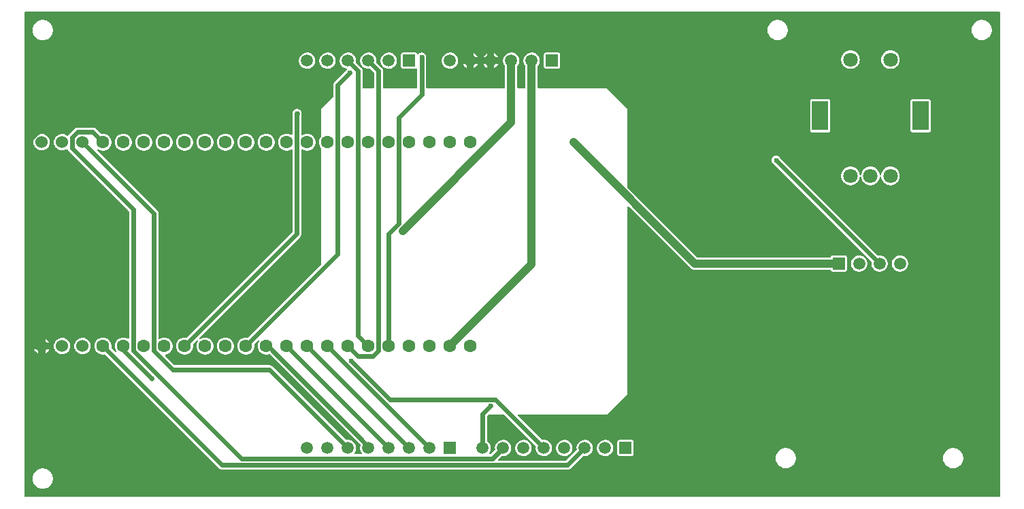
<source format=gbl>
G04 Layer: BottomLayer*
G04 EasyEDA v6.5.44, 2024-08-15 21:03:17*
G04 2693c8bcb35a4eaa91412144a2bdb0cb,080bb0d1436b4706b040d70de8f1a738,10*
G04 Gerber Generator version 0.2*
G04 Scale: 100 percent, Rotated: No, Reflected: No *
G04 Dimensions in millimeters *
G04 leading zeros omitted , absolute positions ,4 integer and 5 decimal *
%FSLAX45Y45*%
%MOMM*%

%ADD10C,1.0000*%
%ADD11C,0.6000*%
%ADD12C,1.8009*%
%ADD13R,1.9990X3.5992*%
%ADD14C,1.6000*%
%ADD15C,1.5240*%
%ADD16R,1.5080X1.5080*%
%ADD17C,1.5080*%
%ADD18R,1.5000X1.5000*%
%ADD19C,1.5000*%
%ADD20C,0.6100*%
%ADD21C,1.0100*%
%ADD22C,0.0151*%

%LPD*%
G36*
X544068Y7137908D02*
G01*
X540156Y7138670D01*
X536905Y7140905D01*
X534670Y7144156D01*
X533908Y7148068D01*
X533908Y13171932D01*
X534670Y13175843D01*
X536905Y13179094D01*
X540156Y13181330D01*
X544068Y13182092D01*
X12663932Y13182092D01*
X12667843Y13181330D01*
X12671094Y13179094D01*
X12673330Y13175843D01*
X12674092Y13171932D01*
X12674092Y7148068D01*
X12673330Y7144156D01*
X12671094Y7140905D01*
X12667843Y7138670D01*
X12663932Y7137908D01*
G37*

%LPC*%
G36*
X762000Y7238492D02*
G01*
X777392Y7239457D01*
X792530Y7242200D01*
X807212Y7246772D01*
X821232Y7253122D01*
X834440Y7261098D01*
X846531Y7270597D01*
X857402Y7281468D01*
X866902Y7293559D01*
X874877Y7306767D01*
X881227Y7320788D01*
X885799Y7335469D01*
X888542Y7350607D01*
X889508Y7366000D01*
X888542Y7381392D01*
X885799Y7396530D01*
X881227Y7411212D01*
X874877Y7425232D01*
X866902Y7438440D01*
X857402Y7450531D01*
X846531Y7461402D01*
X834440Y7470902D01*
X821232Y7478877D01*
X807212Y7485227D01*
X792530Y7489799D01*
X777392Y7492542D01*
X762000Y7493508D01*
X746607Y7492542D01*
X731469Y7489799D01*
X716788Y7485227D01*
X702767Y7478877D01*
X689559Y7470902D01*
X677468Y7461402D01*
X666597Y7450531D01*
X657098Y7438440D01*
X649122Y7425232D01*
X642772Y7411212D01*
X638200Y7396530D01*
X635457Y7381392D01*
X634492Y7366000D01*
X635457Y7350607D01*
X638200Y7335469D01*
X642772Y7320788D01*
X649122Y7306767D01*
X657098Y7293559D01*
X666597Y7281468D01*
X677468Y7270597D01*
X689559Y7261098D01*
X702767Y7253122D01*
X716788Y7246772D01*
X731469Y7242200D01*
X746607Y7239457D01*
G37*
G36*
X2993136Y7479436D02*
G01*
X7293864Y7479436D01*
X7298944Y7479690D01*
X7303770Y7480300D01*
X7308545Y7481366D01*
X7313168Y7482840D01*
X7317689Y7484719D01*
X7322007Y7486954D01*
X7326122Y7489596D01*
X7329982Y7492542D01*
X7333742Y7495997D01*
X7482281Y7644536D01*
X7484922Y7646416D01*
X7487970Y7647381D01*
X7491171Y7647381D01*
X7495590Y7646619D01*
X7509052Y7646162D01*
X7522464Y7647533D01*
X7535570Y7650632D01*
X7548168Y7655509D01*
X7560005Y7661960D01*
X7570825Y7669936D01*
X7580528Y7679334D01*
X7588859Y7689900D01*
X7595717Y7701483D01*
X7601000Y7713929D01*
X7604556Y7726883D01*
X7606334Y7740243D01*
X7606334Y7753756D01*
X7604556Y7767116D01*
X7601000Y7780070D01*
X7595717Y7792516D01*
X7588859Y7804099D01*
X7580528Y7814665D01*
X7570825Y7824063D01*
X7560005Y7832039D01*
X7548168Y7838490D01*
X7535570Y7843367D01*
X7522464Y7846466D01*
X7509052Y7847838D01*
X7495590Y7847380D01*
X7482331Y7845145D01*
X7469428Y7841132D01*
X7457236Y7835493D01*
X7445857Y7828229D01*
X7435545Y7819542D01*
X7426502Y7809534D01*
X7418882Y7798409D01*
X7412837Y7786370D01*
X7408418Y7773670D01*
X7405725Y7760462D01*
X7404811Y7747000D01*
X7406030Y7729372D01*
X7405065Y7726172D01*
X7403134Y7723479D01*
X7273899Y7594244D01*
X7270597Y7592059D01*
X7266686Y7591298D01*
X6437579Y7591298D01*
X6433667Y7592059D01*
X6430365Y7594244D01*
X6428181Y7597546D01*
X6427419Y7601458D01*
X6428181Y7605318D01*
X6430365Y7608620D01*
X6466281Y7644536D01*
X6468922Y7646416D01*
X6471970Y7647381D01*
X6475171Y7647381D01*
X6479590Y7646619D01*
X6493052Y7646162D01*
X6506464Y7647533D01*
X6519570Y7650632D01*
X6532168Y7655509D01*
X6544005Y7661960D01*
X6554825Y7669936D01*
X6564528Y7679334D01*
X6572859Y7689900D01*
X6579717Y7701483D01*
X6585000Y7713929D01*
X6588556Y7726883D01*
X6590334Y7740243D01*
X6590334Y7753756D01*
X6588556Y7767116D01*
X6585000Y7780070D01*
X6579717Y7792516D01*
X6572859Y7804099D01*
X6564528Y7814665D01*
X6554825Y7824063D01*
X6544005Y7832039D01*
X6532168Y7838490D01*
X6519570Y7843367D01*
X6506464Y7846466D01*
X6493052Y7847838D01*
X6479590Y7847380D01*
X6466332Y7845145D01*
X6453428Y7841132D01*
X6441236Y7835493D01*
X6429857Y7828229D01*
X6419545Y7819542D01*
X6410502Y7809534D01*
X6402882Y7798409D01*
X6396837Y7786370D01*
X6392418Y7773670D01*
X6389725Y7760462D01*
X6388811Y7747000D01*
X6390030Y7729372D01*
X6389065Y7726172D01*
X6387134Y7723479D01*
X6338773Y7675118D01*
X6335471Y7672933D01*
X6331559Y7672171D01*
X6325819Y7672171D01*
X6321399Y7673136D01*
X6317894Y7675981D01*
X6315913Y7679994D01*
X6315913Y7684516D01*
X6317843Y7688580D01*
X6318859Y7689900D01*
X6325717Y7701483D01*
X6331000Y7713929D01*
X6334556Y7726883D01*
X6336334Y7740243D01*
X6336334Y7753756D01*
X6334556Y7767116D01*
X6331000Y7780070D01*
X6325717Y7792516D01*
X6318859Y7804099D01*
X6310528Y7814665D01*
X6300825Y7824063D01*
X6295745Y7827772D01*
X6293510Y7830058D01*
X6292088Y7832852D01*
X6291630Y7835950D01*
X6291630Y8141462D01*
X6292392Y8145373D01*
X6294577Y8148675D01*
X6309055Y8163102D01*
X6312357Y8165338D01*
X6316218Y8166100D01*
X6495338Y8166100D01*
X6499199Y8165338D01*
X6502501Y8163102D01*
X6895134Y7770520D01*
X6897065Y7767828D01*
X6898030Y7764627D01*
X6896811Y7747000D01*
X6897725Y7733538D01*
X6900418Y7720330D01*
X6904837Y7707630D01*
X6910882Y7695590D01*
X6918502Y7684465D01*
X6927545Y7674457D01*
X6937857Y7665770D01*
X6949236Y7658506D01*
X6961428Y7652867D01*
X6974331Y7648854D01*
X6987590Y7646619D01*
X7001052Y7646162D01*
X7014464Y7647533D01*
X7027570Y7650632D01*
X7040168Y7655509D01*
X7052005Y7661960D01*
X7062825Y7669936D01*
X7072528Y7679334D01*
X7080859Y7689900D01*
X7087717Y7701483D01*
X7093000Y7713929D01*
X7096556Y7726883D01*
X7098334Y7740243D01*
X7098334Y7753756D01*
X7096556Y7767116D01*
X7093000Y7780070D01*
X7087717Y7792516D01*
X7080859Y7804099D01*
X7072528Y7814665D01*
X7062825Y7824063D01*
X7052005Y7832039D01*
X7040168Y7838490D01*
X7027570Y7843367D01*
X7014464Y7846466D01*
X7001052Y7847838D01*
X6987590Y7847380D01*
X6983171Y7846618D01*
X6979970Y7846618D01*
X6976922Y7847584D01*
X6974281Y7849463D01*
X6675018Y8148777D01*
X6672783Y8152028D01*
X6672021Y8155940D01*
X6672783Y8159851D01*
X6675018Y8163102D01*
X6678320Y8165338D01*
X6682181Y8166100D01*
X7784084Y8166100D01*
X7785811Y8166811D01*
X8038388Y8419388D01*
X8039100Y8421116D01*
X8039100Y10749788D01*
X8039862Y10753699D01*
X8042097Y10756950D01*
X8045348Y10759186D01*
X8049259Y10759948D01*
X8053171Y10759186D01*
X8056422Y10756950D01*
X8823299Y9990175D01*
X8832138Y9983114D01*
X8839758Y9978491D01*
X8841943Y9977374D01*
X8850172Y9973970D01*
X8852509Y9973208D01*
X8861145Y9971074D01*
X8863584Y9970668D01*
X8872423Y9969855D01*
X10558373Y9969804D01*
X10562437Y9968941D01*
X10565790Y9966553D01*
X10567974Y9962997D01*
X10569295Y9959086D01*
X10572394Y9954209D01*
X10576509Y9950094D01*
X10581386Y9946995D01*
X10586872Y9945116D01*
X10593171Y9944404D01*
X10742828Y9944404D01*
X10749127Y9945116D01*
X10754614Y9946995D01*
X10759490Y9950094D01*
X10763605Y9954209D01*
X10766704Y9959086D01*
X10768584Y9964572D01*
X10769295Y9970871D01*
X10769295Y10120528D01*
X10768584Y10126827D01*
X10766704Y10132314D01*
X10763605Y10137190D01*
X10759490Y10141305D01*
X10754614Y10144404D01*
X10749127Y10146284D01*
X10742828Y10146995D01*
X10593171Y10146995D01*
X10586872Y10146284D01*
X10581386Y10144404D01*
X10576509Y10141305D01*
X10572394Y10137190D01*
X10569295Y10132314D01*
X10567974Y10128402D01*
X10565790Y10124846D01*
X10562437Y10122458D01*
X10558373Y10121595D01*
X8910726Y10121595D01*
X8906814Y10122357D01*
X8903512Y10124592D01*
X8042097Y10986058D01*
X8039862Y10989310D01*
X8039100Y10993221D01*
X8039100Y11975084D01*
X8038388Y11976811D01*
X7785811Y12229388D01*
X7784084Y12230100D01*
X6931355Y12230100D01*
X6927494Y12230862D01*
X6924192Y12233097D01*
X6921957Y12236348D01*
X6921195Y12240260D01*
X6921195Y12503150D01*
X6921753Y12506502D01*
X6923379Y12509449D01*
X6928459Y12515900D01*
X6935317Y12527483D01*
X6940600Y12539929D01*
X6944156Y12552883D01*
X6945934Y12566243D01*
X6945934Y12579756D01*
X6944156Y12593116D01*
X6940600Y12606070D01*
X6935317Y12618516D01*
X6928459Y12630099D01*
X6920128Y12640665D01*
X6910425Y12650063D01*
X6899605Y12658039D01*
X6887768Y12664490D01*
X6875170Y12669367D01*
X6862064Y12672466D01*
X6848652Y12673838D01*
X6835190Y12673380D01*
X6821931Y12671145D01*
X6809028Y12667132D01*
X6796836Y12661493D01*
X6785457Y12654229D01*
X6775145Y12645542D01*
X6766102Y12635534D01*
X6758482Y12624409D01*
X6752437Y12612370D01*
X6748018Y12599670D01*
X6745325Y12586462D01*
X6744411Y12573000D01*
X6745325Y12559538D01*
X6748018Y12546330D01*
X6752437Y12533630D01*
X6758482Y12521590D01*
X6768693Y12506604D01*
X6769404Y12502946D01*
X6769404Y12240260D01*
X6768642Y12236348D01*
X6766407Y12233097D01*
X6763105Y12230862D01*
X6759244Y12230100D01*
X6677355Y12230100D01*
X6673494Y12230862D01*
X6670192Y12233097D01*
X6667957Y12236348D01*
X6667195Y12240260D01*
X6667195Y12503150D01*
X6667753Y12506502D01*
X6669379Y12509449D01*
X6674459Y12515900D01*
X6681317Y12527483D01*
X6686600Y12539929D01*
X6690156Y12552883D01*
X6691934Y12566243D01*
X6691934Y12579756D01*
X6690156Y12593116D01*
X6686600Y12606070D01*
X6681317Y12618516D01*
X6674459Y12630099D01*
X6666128Y12640665D01*
X6656425Y12650063D01*
X6645605Y12658039D01*
X6633768Y12664490D01*
X6621170Y12669367D01*
X6608064Y12672466D01*
X6594652Y12673838D01*
X6581190Y12673380D01*
X6567931Y12671145D01*
X6555028Y12667132D01*
X6542836Y12661493D01*
X6531457Y12654229D01*
X6521145Y12645542D01*
X6512102Y12635534D01*
X6504482Y12624409D01*
X6498437Y12612370D01*
X6494018Y12599670D01*
X6491325Y12586462D01*
X6490411Y12573000D01*
X6491325Y12559538D01*
X6494018Y12546330D01*
X6498437Y12533630D01*
X6504482Y12521590D01*
X6514693Y12506604D01*
X6515404Y12502946D01*
X6515404Y12240260D01*
X6514642Y12236348D01*
X6512407Y12233097D01*
X6509105Y12230862D01*
X6505244Y12230100D01*
X5543854Y12230100D01*
X5539994Y12230862D01*
X5536692Y12233097D01*
X5534456Y12236348D01*
X5533694Y12240260D01*
X5533694Y12610896D01*
X5534152Y12616637D01*
X5533288Y12626441D01*
X5530748Y12635941D01*
X5526582Y12644831D01*
X5520994Y12652857D01*
X5514035Y12659817D01*
X5505958Y12665456D01*
X5497068Y12669621D01*
X5487568Y12672161D01*
X5477814Y12673025D01*
X5468010Y12672161D01*
X5458510Y12669621D01*
X5449620Y12665456D01*
X5441543Y12659817D01*
X5436565Y12654838D01*
X5433161Y12652552D01*
X5429148Y12651841D01*
X5425186Y12652756D01*
X5421884Y12655143D01*
X5416499Y12664135D01*
X5412435Y12668199D01*
X5407507Y12671298D01*
X5402072Y12673177D01*
X5395722Y12673888D01*
X5246878Y12673888D01*
X5240528Y12673177D01*
X5235092Y12671298D01*
X5230164Y12668199D01*
X5226100Y12664135D01*
X5223002Y12659207D01*
X5221122Y12653772D01*
X5220411Y12647422D01*
X5220411Y12498578D01*
X5221122Y12492228D01*
X5223002Y12486792D01*
X5226100Y12481864D01*
X5230164Y12477800D01*
X5235092Y12474702D01*
X5240528Y12472822D01*
X5246878Y12472111D01*
X5395722Y12472111D01*
X5402072Y12472822D01*
X5408371Y12475006D01*
X5412181Y12475565D01*
X5415940Y12474651D01*
X5419090Y12472466D01*
X5421172Y12469215D01*
X5421884Y12465405D01*
X5421884Y12240260D01*
X5421122Y12236348D01*
X5418886Y12233097D01*
X5415584Y12230862D01*
X5411724Y12230100D01*
X5006340Y12230100D01*
X5002479Y12230862D01*
X4999177Y12233097D01*
X4996942Y12236348D01*
X4996180Y12240260D01*
X4996180Y12445796D01*
X4995976Y12450876D01*
X4995316Y12455753D01*
X4994249Y12460478D01*
X4992827Y12465151D01*
X4990947Y12469672D01*
X4988661Y12473990D01*
X4986070Y12478105D01*
X4983073Y12481966D01*
X4979670Y12485725D01*
X4915763Y12549632D01*
X4913934Y12552121D01*
X4912918Y12555067D01*
X4912868Y12558166D01*
X4913934Y12566243D01*
X4913934Y12579756D01*
X4912156Y12593116D01*
X4908600Y12606070D01*
X4903317Y12618516D01*
X4896459Y12630099D01*
X4888128Y12640665D01*
X4878425Y12650063D01*
X4867605Y12658039D01*
X4855768Y12664490D01*
X4843170Y12669367D01*
X4830064Y12672466D01*
X4816652Y12673838D01*
X4803190Y12673380D01*
X4789932Y12671145D01*
X4777028Y12667132D01*
X4764836Y12661493D01*
X4753457Y12654229D01*
X4743145Y12645542D01*
X4734102Y12635534D01*
X4726482Y12624409D01*
X4720437Y12612370D01*
X4716018Y12599670D01*
X4713325Y12586462D01*
X4712411Y12573000D01*
X4713325Y12559538D01*
X4716018Y12546330D01*
X4720437Y12533630D01*
X4726482Y12521590D01*
X4734102Y12510465D01*
X4743145Y12500457D01*
X4753457Y12491770D01*
X4764836Y12484506D01*
X4777028Y12478867D01*
X4789932Y12474854D01*
X4803190Y12472619D01*
X4816652Y12472162D01*
X4828590Y12473381D01*
X4833010Y12472822D01*
X4836769Y12470434D01*
X4881372Y12425832D01*
X4883607Y12422530D01*
X4884369Y12418669D01*
X4884369Y12240260D01*
X4883607Y12236348D01*
X4881372Y12233097D01*
X4878070Y12230862D01*
X4874209Y12230100D01*
X4752492Y12230100D01*
X4748580Y12230862D01*
X4745278Y12233097D01*
X4743094Y12236348D01*
X4742332Y12240260D01*
X4742332Y12445695D01*
X4742078Y12450775D01*
X4741468Y12455601D01*
X4740402Y12460376D01*
X4738928Y12464999D01*
X4737049Y12469520D01*
X4734814Y12473838D01*
X4732172Y12477953D01*
X4729226Y12481814D01*
X4725771Y12485573D01*
X4661763Y12549632D01*
X4659934Y12552121D01*
X4658918Y12555067D01*
X4658868Y12558166D01*
X4659934Y12566243D01*
X4659934Y12579756D01*
X4658156Y12593116D01*
X4654600Y12606070D01*
X4649317Y12618516D01*
X4642459Y12630099D01*
X4634128Y12640665D01*
X4624425Y12650063D01*
X4613605Y12658039D01*
X4601768Y12664490D01*
X4589170Y12669367D01*
X4576064Y12672466D01*
X4562652Y12673838D01*
X4549190Y12673380D01*
X4535932Y12671145D01*
X4523028Y12667132D01*
X4510836Y12661493D01*
X4499457Y12654229D01*
X4489145Y12645542D01*
X4480102Y12635534D01*
X4472482Y12624409D01*
X4466437Y12612370D01*
X4462018Y12599670D01*
X4459325Y12586462D01*
X4458411Y12573000D01*
X4459325Y12559538D01*
X4462018Y12546330D01*
X4466437Y12533630D01*
X4472482Y12521590D01*
X4480102Y12510465D01*
X4489145Y12500457D01*
X4499457Y12491770D01*
X4510836Y12484506D01*
X4523028Y12478867D01*
X4535932Y12474854D01*
X4538065Y12474498D01*
X4542078Y12472873D01*
X4545025Y12469774D01*
X4546447Y12465659D01*
X4546041Y12461341D01*
X4543856Y12457633D01*
X4539640Y12453061D01*
X4392879Y12306300D01*
X4389475Y12302540D01*
X4386478Y12298680D01*
X4383887Y12294565D01*
X4381601Y12290247D01*
X4379722Y12285726D01*
X4378299Y12281103D01*
X4377232Y12276328D01*
X4376572Y12271502D01*
X4376369Y12266422D01*
X4376369Y12127585D01*
X4375607Y12123674D01*
X4373372Y12120372D01*
X4229811Y11976811D01*
X4229100Y11975084D01*
X4229100Y11634216D01*
X4228439Y11630609D01*
X4226560Y11627510D01*
X4221276Y11621465D01*
X4213555Y11609933D01*
X4207459Y11597538D01*
X4202988Y11584381D01*
X4200296Y11570817D01*
X4199382Y11557000D01*
X4200296Y11543182D01*
X4202988Y11529568D01*
X4207459Y11516461D01*
X4213555Y11504066D01*
X4221276Y11492534D01*
X4226560Y11486489D01*
X4228439Y11483390D01*
X4229100Y11479784D01*
X4229100Y10040112D01*
X4228338Y10036200D01*
X4226102Y10032898D01*
X3317036Y9123832D01*
X3314344Y9121902D01*
X3311194Y9120936D01*
X3307842Y9121038D01*
X3303117Y9122003D01*
X3289300Y9122867D01*
X3275482Y9122003D01*
X3261867Y9119260D01*
X3248761Y9114840D01*
X3236366Y9108694D01*
X3224834Y9101023D01*
X3214420Y9091879D01*
X3205276Y9081465D01*
X3197606Y9069933D01*
X3191459Y9057538D01*
X3186988Y9044432D01*
X3184296Y9030817D01*
X3183382Y9017000D01*
X3184296Y9003182D01*
X3186988Y8989618D01*
X3191459Y8976461D01*
X3197606Y8964066D01*
X3205276Y8952534D01*
X3214420Y8942120D01*
X3224834Y8932976D01*
X3236366Y8925306D01*
X3248761Y8919159D01*
X3261867Y8914739D01*
X3275482Y8912047D01*
X3289300Y8911132D01*
X3303117Y8912047D01*
X3316681Y8914739D01*
X3329787Y8919159D01*
X3342233Y8925306D01*
X3353765Y8932976D01*
X3364179Y8942120D01*
X3373272Y8952534D01*
X3380994Y8964066D01*
X3387090Y8976461D01*
X3391560Y8989618D01*
X3394252Y9003182D01*
X3395167Y9017000D01*
X3394252Y9030817D01*
X3393338Y9035592D01*
X3393186Y9038894D01*
X3394151Y9042044D01*
X3396081Y9044736D01*
X3439668Y9088323D01*
X3443224Y9090609D01*
X3447389Y9091269D01*
X3451504Y9090152D01*
X3454755Y9087459D01*
X3456686Y9083649D01*
X3456838Y9079433D01*
X3455263Y9075470D01*
X3451606Y9069933D01*
X3445459Y9057538D01*
X3440988Y9044432D01*
X3438296Y9030817D01*
X3437382Y9017000D01*
X3438296Y9003182D01*
X3440988Y8989618D01*
X3445459Y8976461D01*
X3451606Y8964066D01*
X3459276Y8952534D01*
X3468420Y8942120D01*
X3478834Y8932976D01*
X3490366Y8925306D01*
X3502761Y8919159D01*
X3515868Y8914739D01*
X3529482Y8912047D01*
X3543300Y8911132D01*
X3557117Y8912047D01*
X3570681Y8914739D01*
X3578504Y8917381D01*
X3582212Y8917889D01*
X3585819Y8917025D01*
X3588918Y8914942D01*
X4715154Y7788706D01*
X4717288Y7785608D01*
X4718151Y7781899D01*
X4717592Y7778191D01*
X4716018Y7773670D01*
X4713325Y7760462D01*
X4712411Y7747000D01*
X4713325Y7733538D01*
X4716018Y7720330D01*
X4720437Y7707630D01*
X4726482Y7695590D01*
X4731664Y7688072D01*
X4733290Y7684008D01*
X4733086Y7679639D01*
X4731054Y7675727D01*
X4727549Y7673086D01*
X4723282Y7672171D01*
X4649419Y7672171D01*
X4644999Y7673136D01*
X4641494Y7675981D01*
X4639513Y7679994D01*
X4639513Y7684516D01*
X4641443Y7688580D01*
X4642459Y7689900D01*
X4649317Y7701483D01*
X4654600Y7713929D01*
X4658156Y7726883D01*
X4659934Y7740243D01*
X4659934Y7753756D01*
X4658156Y7767116D01*
X4654600Y7780070D01*
X4649317Y7792516D01*
X4642459Y7804099D01*
X4634128Y7814665D01*
X4624425Y7824063D01*
X4613605Y7832039D01*
X4601768Y7838490D01*
X4589170Y7843367D01*
X4576064Y7846466D01*
X4562652Y7847838D01*
X4549190Y7847380D01*
X4544771Y7846618D01*
X4541570Y7846618D01*
X4538522Y7847584D01*
X4535881Y7849463D01*
X3623310Y8762085D01*
X3619550Y8765489D01*
X3615690Y8768486D01*
X3611575Y8771077D01*
X3607257Y8773363D01*
X3602736Y8775192D01*
X3598062Y8776665D01*
X3593337Y8777732D01*
X3588461Y8778392D01*
X3583381Y8778595D01*
X2407361Y8778595D01*
X2403449Y8779357D01*
X2400147Y8781592D01*
X2286050Y8895689D01*
X2283714Y8899347D01*
X2283104Y8903665D01*
X2284374Y8907830D01*
X2287270Y8911082D01*
X2291232Y8912860D01*
X2300681Y8914739D01*
X2313787Y8919159D01*
X2326233Y8925306D01*
X2337765Y8932976D01*
X2348179Y8942120D01*
X2357272Y8952534D01*
X2364994Y8964066D01*
X2371140Y8976461D01*
X2375560Y8989618D01*
X2378252Y9003182D01*
X2379167Y9017000D01*
X2378252Y9030817D01*
X2375560Y9044432D01*
X2371140Y9057538D01*
X2364994Y9069933D01*
X2357272Y9081465D01*
X2348179Y9091879D01*
X2337765Y9101023D01*
X2326233Y9108694D01*
X2313787Y9114840D01*
X2300681Y9119260D01*
X2287117Y9122003D01*
X2273300Y9122867D01*
X2259482Y9122003D01*
X2245868Y9119260D01*
X2232761Y9114840D01*
X2220366Y9108694D01*
X2217978Y9107119D01*
X2213914Y9105544D01*
X2209596Y9105798D01*
X2205736Y9107830D01*
X2203094Y9111335D01*
X2202180Y9115552D01*
X2202180Y10667796D01*
X2201976Y10672876D01*
X2201316Y10677753D01*
X2200249Y10682478D01*
X2198827Y10687151D01*
X2196947Y10691672D01*
X2194661Y10695990D01*
X2192070Y10700105D01*
X2189073Y10703966D01*
X2185670Y10707725D01*
X1440027Y11453317D01*
X1437741Y11456873D01*
X1437081Y11461089D01*
X1438198Y11465153D01*
X1440891Y11468455D01*
X1444701Y11470335D01*
X1448917Y11470538D01*
X1452880Y11468963D01*
X1458366Y11465306D01*
X1470761Y11459159D01*
X1483868Y11454739D01*
X1497482Y11451996D01*
X1511300Y11451132D01*
X1525117Y11451996D01*
X1538681Y11454739D01*
X1551838Y11459159D01*
X1564233Y11465306D01*
X1575765Y11472976D01*
X1586179Y11482120D01*
X1595323Y11492534D01*
X1602994Y11504066D01*
X1609140Y11516461D01*
X1613560Y11529568D01*
X1616252Y11543182D01*
X1617167Y11557000D01*
X1616252Y11570817D01*
X1613560Y11584381D01*
X1609140Y11597538D01*
X1602994Y11609933D01*
X1595323Y11621465D01*
X1586179Y11631879D01*
X1575765Y11641023D01*
X1564233Y11648694D01*
X1551838Y11654840D01*
X1538681Y11659260D01*
X1525117Y11661952D01*
X1511300Y11662867D01*
X1497482Y11661952D01*
X1492707Y11661038D01*
X1489405Y11660936D01*
X1486255Y11661902D01*
X1483563Y11663832D01*
X1423466Y11723928D01*
X1419707Y11727332D01*
X1415846Y11730329D01*
X1411732Y11732920D01*
X1407414Y11735206D01*
X1402892Y11737035D01*
X1398219Y11738508D01*
X1393494Y11739575D01*
X1388618Y11740235D01*
X1383538Y11740438D01*
X1197610Y11740438D01*
X1192530Y11740235D01*
X1187653Y11739575D01*
X1182928Y11738508D01*
X1178255Y11737035D01*
X1173734Y11735206D01*
X1169416Y11732920D01*
X1165301Y11730329D01*
X1161440Y11727332D01*
X1157681Y11723928D01*
X1090930Y11657126D01*
X1087475Y11653367D01*
X1084529Y11649506D01*
X1081887Y11645392D01*
X1080008Y11641734D01*
X1077772Y11638889D01*
X1074674Y11637010D01*
X1071118Y11636298D01*
X1067562Y11636908D01*
X1052322Y11646509D01*
X1039977Y11652250D01*
X1026972Y11656314D01*
X1013510Y11658549D01*
X999896Y11659006D01*
X986282Y11657685D01*
X973023Y11654485D01*
X960323Y11649608D01*
X948334Y11643055D01*
X937361Y11634978D01*
X927557Y11625478D01*
X919124Y11614759D01*
X912164Y11603024D01*
X906830Y11590477D01*
X903224Y11577320D01*
X901446Y11563807D01*
X901446Y11550192D01*
X903224Y11536680D01*
X906830Y11523522D01*
X912164Y11510975D01*
X919124Y11499240D01*
X927557Y11488521D01*
X937361Y11479022D01*
X948334Y11470944D01*
X960323Y11464391D01*
X973023Y11459514D01*
X986282Y11456314D01*
X999896Y11454993D01*
X1013510Y11455450D01*
X1026972Y11457686D01*
X1039977Y11461750D01*
X1052322Y11467490D01*
X1060399Y11472621D01*
X1064006Y11474043D01*
X1067917Y11474043D01*
X1071473Y11472519D01*
X1074267Y11469827D01*
X1075791Y11466271D01*
X1077772Y11459362D01*
X1079652Y11454841D01*
X1081887Y11450523D01*
X1084529Y11446408D01*
X1087475Y11442547D01*
X1090930Y11438788D01*
X1833372Y10696295D01*
X1835607Y10692993D01*
X1836369Y10689132D01*
X1836369Y9115602D01*
X1835454Y9111335D01*
X1832813Y9107881D01*
X1828952Y9105798D01*
X1824634Y9105544D01*
X1820570Y9107170D01*
X1818233Y9108694D01*
X1805787Y9114840D01*
X1792681Y9119260D01*
X1779117Y9122003D01*
X1765300Y9122867D01*
X1751482Y9122003D01*
X1737868Y9119260D01*
X1724761Y9114840D01*
X1712366Y9108694D01*
X1700834Y9101023D01*
X1690420Y9091879D01*
X1681276Y9081465D01*
X1673606Y9069933D01*
X1667459Y9057538D01*
X1662988Y9044432D01*
X1660296Y9030817D01*
X1659382Y9017000D01*
X1660296Y9003182D01*
X1662988Y8989618D01*
X1667459Y8976461D01*
X1673606Y8964066D01*
X1677263Y8958580D01*
X1678838Y8954617D01*
X1678635Y8950401D01*
X1676755Y8946591D01*
X1673504Y8943898D01*
X1669389Y8942781D01*
X1665173Y8943441D01*
X1661617Y8945727D01*
X1618132Y8989263D01*
X1616202Y8991955D01*
X1615236Y8995105D01*
X1615338Y8998407D01*
X1616252Y9003182D01*
X1617167Y9017000D01*
X1616252Y9030817D01*
X1613560Y9044432D01*
X1609140Y9057538D01*
X1602994Y9069933D01*
X1595323Y9081465D01*
X1586179Y9091879D01*
X1575765Y9101023D01*
X1564233Y9108694D01*
X1551838Y9114840D01*
X1538681Y9119260D01*
X1525117Y9122003D01*
X1511300Y9122867D01*
X1497482Y9122003D01*
X1483868Y9119260D01*
X1470761Y9114840D01*
X1458366Y9108694D01*
X1446834Y9101023D01*
X1436420Y9091879D01*
X1427276Y9081465D01*
X1419606Y9069933D01*
X1413459Y9057538D01*
X1409039Y9044432D01*
X1406296Y9030817D01*
X1405432Y9017000D01*
X1406296Y9003182D01*
X1409039Y8989618D01*
X1413459Y8976461D01*
X1419606Y8964066D01*
X1427276Y8952534D01*
X1436420Y8942120D01*
X1446834Y8932976D01*
X1458366Y8925306D01*
X1470761Y8919159D01*
X1483868Y8914739D01*
X1497482Y8912047D01*
X1511300Y8911132D01*
X1525117Y8912047D01*
X1529892Y8912961D01*
X1533194Y8913063D01*
X1536344Y8912098D01*
X1539036Y8910167D01*
X2953258Y7495997D01*
X2957017Y7492542D01*
X2960878Y7489596D01*
X2964992Y7486954D01*
X2969310Y7484719D01*
X2973832Y7482840D01*
X2978454Y7481366D01*
X2983230Y7480300D01*
X2988056Y7479690D01*
G37*
G36*
X10007600Y7494117D02*
G01*
X10022789Y7495031D01*
X10037724Y7497775D01*
X10052253Y7502296D01*
X10066121Y7508544D01*
X10079126Y7516418D01*
X10091064Y7525766D01*
X10101834Y7536535D01*
X10111181Y7548473D01*
X10119055Y7561478D01*
X10125303Y7575346D01*
X10129824Y7589875D01*
X10132568Y7604810D01*
X10133482Y7620000D01*
X10132568Y7635189D01*
X10129824Y7650124D01*
X10125303Y7664653D01*
X10119055Y7678521D01*
X10111181Y7691526D01*
X10101834Y7703464D01*
X10091064Y7714234D01*
X10079126Y7723581D01*
X10066121Y7731455D01*
X10052253Y7737703D01*
X10037724Y7742224D01*
X10022789Y7744968D01*
X10007600Y7745882D01*
X9992410Y7744968D01*
X9977475Y7742224D01*
X9962946Y7737703D01*
X9949078Y7731455D01*
X9936073Y7723581D01*
X9924135Y7714234D01*
X9913366Y7703464D01*
X9904018Y7691526D01*
X9896144Y7678521D01*
X9889896Y7664653D01*
X9885375Y7650124D01*
X9882632Y7635189D01*
X9881717Y7620000D01*
X9882632Y7604810D01*
X9885375Y7589875D01*
X9889896Y7575346D01*
X9896144Y7561478D01*
X9904018Y7548473D01*
X9913366Y7536535D01*
X9924135Y7525766D01*
X9936073Y7516418D01*
X9949078Y7508544D01*
X9962946Y7502296D01*
X9977475Y7497775D01*
X9992410Y7495031D01*
G37*
G36*
X12090400Y7494117D02*
G01*
X12105589Y7495031D01*
X12120524Y7497775D01*
X12135053Y7502296D01*
X12148921Y7508544D01*
X12161926Y7516418D01*
X12173864Y7525766D01*
X12184634Y7536535D01*
X12193981Y7548473D01*
X12201855Y7561478D01*
X12208103Y7575346D01*
X12212624Y7589875D01*
X12215368Y7604810D01*
X12216282Y7620000D01*
X12215368Y7635189D01*
X12212624Y7650124D01*
X12208103Y7664653D01*
X12201855Y7678521D01*
X12193981Y7691526D01*
X12184634Y7703464D01*
X12173864Y7714234D01*
X12161926Y7723581D01*
X12148921Y7731455D01*
X12135053Y7737703D01*
X12120524Y7742224D01*
X12105589Y7744968D01*
X12090400Y7745882D01*
X12075210Y7744968D01*
X12060275Y7742224D01*
X12045746Y7737703D01*
X12031878Y7731455D01*
X12018873Y7723581D01*
X12006935Y7714234D01*
X11996166Y7703464D01*
X11986818Y7691526D01*
X11978944Y7678521D01*
X11972696Y7664653D01*
X11968175Y7650124D01*
X11965432Y7635189D01*
X11964517Y7620000D01*
X11965432Y7604810D01*
X11968175Y7589875D01*
X11972696Y7575346D01*
X11978944Y7561478D01*
X11986818Y7548473D01*
X11996166Y7536535D01*
X12006935Y7525766D01*
X12018873Y7516418D01*
X12031878Y7508544D01*
X12045746Y7502296D01*
X12060275Y7497775D01*
X12075210Y7495031D01*
G37*
G36*
X7939278Y7646111D02*
G01*
X8088122Y7646111D01*
X8094472Y7646822D01*
X8099907Y7648702D01*
X8104835Y7651800D01*
X8108899Y7655864D01*
X8111998Y7660792D01*
X8113877Y7666228D01*
X8114588Y7672578D01*
X8114588Y7821422D01*
X8113877Y7827772D01*
X8111998Y7833207D01*
X8108899Y7838135D01*
X8104835Y7842199D01*
X8099907Y7845298D01*
X8094472Y7847177D01*
X8088122Y7847888D01*
X7939278Y7847888D01*
X7932928Y7847177D01*
X7927492Y7845298D01*
X7922564Y7842199D01*
X7918500Y7838135D01*
X7915402Y7833207D01*
X7913522Y7827772D01*
X7912811Y7821422D01*
X7912811Y7672578D01*
X7913522Y7666228D01*
X7915402Y7660792D01*
X7918500Y7655864D01*
X7922564Y7651800D01*
X7927492Y7648702D01*
X7932928Y7646822D01*
G37*
G36*
X7763052Y7646162D02*
G01*
X7776464Y7647533D01*
X7789570Y7650632D01*
X7802168Y7655509D01*
X7814005Y7661960D01*
X7824825Y7669936D01*
X7834528Y7679334D01*
X7842859Y7689900D01*
X7849717Y7701483D01*
X7855000Y7713929D01*
X7858556Y7726883D01*
X7860334Y7740243D01*
X7860334Y7753756D01*
X7858556Y7767116D01*
X7855000Y7780070D01*
X7849717Y7792516D01*
X7842859Y7804099D01*
X7834528Y7814665D01*
X7824825Y7824063D01*
X7814005Y7832039D01*
X7802168Y7838490D01*
X7789570Y7843367D01*
X7776464Y7846466D01*
X7763052Y7847838D01*
X7749590Y7847380D01*
X7736331Y7845145D01*
X7723428Y7841132D01*
X7711236Y7835493D01*
X7699857Y7828229D01*
X7689545Y7819542D01*
X7680502Y7809534D01*
X7672882Y7798409D01*
X7666837Y7786370D01*
X7662418Y7773670D01*
X7659725Y7760462D01*
X7658811Y7747000D01*
X7659725Y7733538D01*
X7662418Y7720330D01*
X7666837Y7707630D01*
X7672882Y7695590D01*
X7680502Y7684465D01*
X7689545Y7674457D01*
X7699857Y7665770D01*
X7711236Y7658506D01*
X7723428Y7652867D01*
X7736331Y7648854D01*
X7749590Y7646619D01*
G37*
G36*
X7255052Y7646162D02*
G01*
X7268464Y7647533D01*
X7281570Y7650632D01*
X7294168Y7655509D01*
X7306005Y7661960D01*
X7316825Y7669936D01*
X7326528Y7679334D01*
X7334859Y7689900D01*
X7341717Y7701483D01*
X7347000Y7713929D01*
X7350556Y7726883D01*
X7352334Y7740243D01*
X7352334Y7753756D01*
X7350556Y7767116D01*
X7347000Y7780070D01*
X7341717Y7792516D01*
X7334859Y7804099D01*
X7326528Y7814665D01*
X7316825Y7824063D01*
X7306005Y7832039D01*
X7294168Y7838490D01*
X7281570Y7843367D01*
X7268464Y7846466D01*
X7255052Y7847838D01*
X7241590Y7847380D01*
X7228331Y7845145D01*
X7215428Y7841132D01*
X7203236Y7835493D01*
X7191857Y7828229D01*
X7181545Y7819542D01*
X7172502Y7809534D01*
X7164882Y7798409D01*
X7158837Y7786370D01*
X7154418Y7773670D01*
X7151725Y7760462D01*
X7150811Y7747000D01*
X7151725Y7733538D01*
X7154418Y7720330D01*
X7158837Y7707630D01*
X7164882Y7695590D01*
X7172502Y7684465D01*
X7181545Y7674457D01*
X7191857Y7665770D01*
X7203236Y7658506D01*
X7215428Y7652867D01*
X7228331Y7648854D01*
X7241590Y7646619D01*
G37*
G36*
X6747052Y7646162D02*
G01*
X6760464Y7647533D01*
X6773570Y7650632D01*
X6786168Y7655509D01*
X6798005Y7661960D01*
X6808825Y7669936D01*
X6818528Y7679334D01*
X6826859Y7689900D01*
X6833717Y7701483D01*
X6839000Y7713929D01*
X6842556Y7726883D01*
X6844334Y7740243D01*
X6844334Y7753756D01*
X6842556Y7767116D01*
X6839000Y7780070D01*
X6833717Y7792516D01*
X6826859Y7804099D01*
X6818528Y7814665D01*
X6808825Y7824063D01*
X6798005Y7832039D01*
X6786168Y7838490D01*
X6773570Y7843367D01*
X6760464Y7846466D01*
X6747052Y7847838D01*
X6733590Y7847380D01*
X6720331Y7845145D01*
X6707428Y7841132D01*
X6695236Y7835493D01*
X6683857Y7828229D01*
X6673545Y7819542D01*
X6664502Y7809534D01*
X6656882Y7798409D01*
X6650837Y7786370D01*
X6646418Y7773670D01*
X6643725Y7760462D01*
X6642811Y7747000D01*
X6643725Y7733538D01*
X6646418Y7720330D01*
X6650837Y7707630D01*
X6656882Y7695590D01*
X6664502Y7684465D01*
X6673545Y7674457D01*
X6683857Y7665770D01*
X6695236Y7658506D01*
X6707428Y7652867D01*
X6720331Y7648854D01*
X6733590Y7646619D01*
G37*
G36*
X3035300Y8911132D02*
G01*
X3049117Y8912047D01*
X3062681Y8914739D01*
X3075787Y8919159D01*
X3088233Y8925306D01*
X3099765Y8932976D01*
X3110179Y8942120D01*
X3119272Y8952534D01*
X3126994Y8964066D01*
X3133090Y8976461D01*
X3137560Y8989618D01*
X3140252Y9003182D01*
X3141167Y9017000D01*
X3140252Y9030817D01*
X3137560Y9044432D01*
X3133090Y9057538D01*
X3126994Y9069933D01*
X3119272Y9081465D01*
X3110179Y9091879D01*
X3099765Y9101023D01*
X3088233Y9108694D01*
X3075787Y9114840D01*
X3062681Y9119260D01*
X3049117Y9122003D01*
X3035300Y9122867D01*
X3021482Y9122003D01*
X3007868Y9119260D01*
X2994761Y9114840D01*
X2982366Y9108694D01*
X2970834Y9101023D01*
X2960420Y9091879D01*
X2951276Y9081465D01*
X2943606Y9069933D01*
X2937459Y9057538D01*
X2932988Y9044432D01*
X2930296Y9030817D01*
X2929382Y9017000D01*
X2930296Y9003182D01*
X2932988Y8989618D01*
X2937459Y8976461D01*
X2943606Y8964066D01*
X2951276Y8952534D01*
X2960420Y8942120D01*
X2970834Y8932976D01*
X2982366Y8925306D01*
X2994761Y8919159D01*
X3007868Y8914739D01*
X3021482Y8912047D01*
G37*
G36*
X2527300Y8911132D02*
G01*
X2541117Y8912047D01*
X2554681Y8914739D01*
X2567787Y8919159D01*
X2580233Y8925306D01*
X2591765Y8932976D01*
X2602179Y8942120D01*
X2611272Y8952534D01*
X2618994Y8964066D01*
X2625140Y8976461D01*
X2629560Y8989618D01*
X2632252Y9003182D01*
X2633167Y9017000D01*
X2632252Y9030817D01*
X2631338Y9035592D01*
X2631236Y9038894D01*
X2632151Y9042095D01*
X2634081Y9044736D01*
X2677668Y9088323D01*
X2681224Y9090609D01*
X2685440Y9091269D01*
X2689504Y9090152D01*
X2692806Y9087459D01*
X2694686Y9083700D01*
X2694889Y9079433D01*
X2693314Y9075470D01*
X2689606Y9069933D01*
X2683459Y9057538D01*
X2678988Y9044432D01*
X2676296Y9030817D01*
X2675382Y9017000D01*
X2676296Y9003182D01*
X2678988Y8989618D01*
X2683459Y8976461D01*
X2689606Y8964066D01*
X2697276Y8952534D01*
X2706420Y8942120D01*
X2716834Y8932976D01*
X2728366Y8925306D01*
X2740761Y8919159D01*
X2753868Y8914739D01*
X2767482Y8912047D01*
X2781300Y8911132D01*
X2795117Y8912047D01*
X2808681Y8914739D01*
X2821787Y8919159D01*
X2834233Y8925306D01*
X2845765Y8932976D01*
X2856179Y8942120D01*
X2865272Y8952534D01*
X2872994Y8964066D01*
X2879140Y8976461D01*
X2883560Y8989618D01*
X2886252Y9003182D01*
X2887167Y9017000D01*
X2886252Y9030817D01*
X2883560Y9044432D01*
X2879140Y9057538D01*
X2872994Y9069933D01*
X2865272Y9081465D01*
X2856179Y9091879D01*
X2845765Y9101023D01*
X2834233Y9108694D01*
X2821787Y9114840D01*
X2808681Y9119260D01*
X2795117Y9122003D01*
X2781300Y9122867D01*
X2767482Y9122003D01*
X2753868Y9119260D01*
X2740761Y9114840D01*
X2728366Y9108694D01*
X2722778Y9104985D01*
X2718866Y9103410D01*
X2714599Y9103614D01*
X2710840Y9105493D01*
X2708148Y9108795D01*
X2707030Y9112859D01*
X2707640Y9117076D01*
X2709976Y9120632D01*
X3963619Y10374274D01*
X3967073Y10378033D01*
X3970020Y10381894D01*
X3972661Y10386009D01*
X3974896Y10390327D01*
X3976776Y10394848D01*
X3978249Y10399522D01*
X3979316Y10404246D01*
X3979926Y10409123D01*
X3980179Y10414203D01*
X3980179Y11458448D01*
X3981094Y11462715D01*
X3983736Y11466169D01*
X3987546Y11468201D01*
X3991914Y11468455D01*
X3995978Y11466880D01*
X3998366Y11465306D01*
X4010761Y11459159D01*
X4023868Y11454739D01*
X4037482Y11451996D01*
X4051300Y11451132D01*
X4065117Y11451996D01*
X4078681Y11454739D01*
X4091787Y11459159D01*
X4104233Y11465306D01*
X4115765Y11472976D01*
X4126179Y11482120D01*
X4135272Y11492534D01*
X4142994Y11504066D01*
X4149090Y11516461D01*
X4153560Y11529568D01*
X4156252Y11543182D01*
X4157167Y11557000D01*
X4156252Y11570817D01*
X4153560Y11584381D01*
X4149090Y11597538D01*
X4142994Y11609933D01*
X4135272Y11621465D01*
X4126179Y11631879D01*
X4115765Y11641023D01*
X4104233Y11648694D01*
X4091787Y11654840D01*
X4078681Y11659260D01*
X4065117Y11661952D01*
X4051300Y11662867D01*
X4037482Y11661952D01*
X4023868Y11659260D01*
X4010761Y11654840D01*
X3998366Y11648694D01*
X3995978Y11647119D01*
X3991914Y11645493D01*
X3987546Y11645798D01*
X3983736Y11647830D01*
X3981094Y11651284D01*
X3980179Y11655552D01*
X3980179Y11895074D01*
X3980484Y11897715D01*
X3982872Y11906504D01*
X3983736Y11916308D01*
X3982872Y11926112D01*
X3980332Y11935612D01*
X3976166Y11944502D01*
X3970528Y11952528D01*
X3963568Y11959488D01*
X3955542Y11965127D01*
X3946651Y11969292D01*
X3937152Y11971832D01*
X3927348Y11972696D01*
X3917543Y11971832D01*
X3908044Y11969292D01*
X3899154Y11965127D01*
X3891127Y11959488D01*
X3884168Y11952528D01*
X3878376Y11945162D01*
X3875836Y11941149D01*
X3873601Y11936831D01*
X3871722Y11932310D01*
X3870248Y11927687D01*
X3869182Y11922912D01*
X3868572Y11918086D01*
X3868318Y11913006D01*
X3868318Y11655602D01*
X3867404Y11651335D01*
X3864762Y11647881D01*
X3860952Y11645798D01*
X3856583Y11645544D01*
X3852519Y11647170D01*
X3850233Y11648694D01*
X3837787Y11654840D01*
X3824681Y11659260D01*
X3811117Y11661952D01*
X3797300Y11662867D01*
X3783482Y11661952D01*
X3769868Y11659260D01*
X3756761Y11654840D01*
X3744366Y11648694D01*
X3732834Y11641023D01*
X3722420Y11631879D01*
X3713276Y11621465D01*
X3705606Y11609933D01*
X3699459Y11597538D01*
X3694988Y11584381D01*
X3692296Y11570817D01*
X3691382Y11557000D01*
X3692296Y11543182D01*
X3694988Y11529568D01*
X3699459Y11516461D01*
X3705606Y11504066D01*
X3713276Y11492534D01*
X3722420Y11482120D01*
X3732834Y11472976D01*
X3744366Y11465306D01*
X3756761Y11459159D01*
X3769868Y11454739D01*
X3783482Y11451996D01*
X3797300Y11451132D01*
X3811117Y11451996D01*
X3824681Y11454739D01*
X3837787Y11459159D01*
X3850233Y11465306D01*
X3852519Y11466830D01*
X3856583Y11468404D01*
X3860952Y11468150D01*
X3864762Y11466118D01*
X3867404Y11462664D01*
X3868318Y11458397D01*
X3868318Y10441330D01*
X3867556Y10437469D01*
X3865372Y10434167D01*
X2555036Y9123832D01*
X2552344Y9121902D01*
X2549194Y9120936D01*
X2545842Y9121038D01*
X2541117Y9122003D01*
X2527300Y9122867D01*
X2513482Y9122003D01*
X2499868Y9119260D01*
X2486761Y9114840D01*
X2474366Y9108694D01*
X2462834Y9101023D01*
X2452420Y9091879D01*
X2443276Y9081465D01*
X2435606Y9069933D01*
X2429459Y9057538D01*
X2424988Y9044432D01*
X2422296Y9030817D01*
X2421382Y9017000D01*
X2422296Y9003182D01*
X2424988Y8989618D01*
X2429459Y8976461D01*
X2435606Y8964066D01*
X2443276Y8952534D01*
X2452420Y8942120D01*
X2462834Y8932976D01*
X2474366Y8925306D01*
X2486761Y8919159D01*
X2499868Y8914739D01*
X2513482Y8912047D01*
G37*
G36*
X999896Y8914993D02*
G01*
X1013510Y8915450D01*
X1026972Y8917686D01*
X1039977Y8921750D01*
X1052322Y8927490D01*
X1063853Y8934805D01*
X1074267Y8943644D01*
X1083411Y8953754D01*
X1091133Y8964980D01*
X1097280Y8977172D01*
X1101750Y8990025D01*
X1104442Y9003385D01*
X1105357Y9017000D01*
X1104442Y9030614D01*
X1101750Y9043974D01*
X1097280Y9056878D01*
X1091133Y9069019D01*
X1083411Y9080296D01*
X1074267Y9090406D01*
X1063853Y9099194D01*
X1052322Y9106509D01*
X1039977Y9112250D01*
X1026972Y9116314D01*
X1013510Y9118600D01*
X999896Y9119057D01*
X986282Y9117685D01*
X973023Y9114485D01*
X960323Y9109608D01*
X948334Y9103055D01*
X937361Y9094978D01*
X927557Y9085478D01*
X919124Y9074759D01*
X912164Y9063024D01*
X906830Y9050477D01*
X903224Y9037320D01*
X901446Y9023807D01*
X901446Y9010192D01*
X903224Y8996680D01*
X906830Y8983522D01*
X912164Y8970975D01*
X919124Y8959240D01*
X927557Y8948521D01*
X937361Y8939022D01*
X948334Y8930944D01*
X960323Y8924391D01*
X973023Y8919514D01*
X986282Y8916365D01*
G37*
G36*
X1253896Y8914993D02*
G01*
X1267510Y8915450D01*
X1280972Y8917686D01*
X1293977Y8921750D01*
X1306322Y8927490D01*
X1317853Y8934805D01*
X1328267Y8943644D01*
X1337411Y8953754D01*
X1345133Y8964980D01*
X1351280Y8977172D01*
X1355750Y8990025D01*
X1358442Y9003385D01*
X1359357Y9017000D01*
X1358442Y9030614D01*
X1355750Y9043974D01*
X1351280Y9056878D01*
X1345133Y9069019D01*
X1337411Y9080296D01*
X1328267Y9090406D01*
X1317853Y9099194D01*
X1306322Y9106509D01*
X1293977Y9112250D01*
X1280972Y9116314D01*
X1267510Y9118600D01*
X1253896Y9119057D01*
X1240282Y9117685D01*
X1227023Y9114485D01*
X1214323Y9109608D01*
X1202334Y9103055D01*
X1191361Y9094978D01*
X1181557Y9085478D01*
X1173124Y9074759D01*
X1166164Y9063024D01*
X1160830Y9050477D01*
X1157224Y9037320D01*
X1155446Y9023807D01*
X1155446Y9010192D01*
X1157224Y8996680D01*
X1160830Y8983522D01*
X1166164Y8970975D01*
X1173124Y8959240D01*
X1181557Y8948521D01*
X1191361Y8939022D01*
X1202334Y8930944D01*
X1214323Y8924391D01*
X1227023Y8919514D01*
X1240282Y8916365D01*
G37*
G36*
X704850Y8925204D02*
G01*
X704850Y8972550D01*
X657504Y8972550D01*
X658164Y8970975D01*
X665124Y8959240D01*
X673557Y8948521D01*
X683361Y8939022D01*
X694334Y8930944D01*
G37*
G36*
X793750Y8925356D02*
G01*
X798322Y8927490D01*
X809853Y8934805D01*
X820267Y8943644D01*
X829411Y8953754D01*
X837133Y8964980D01*
X840943Y8972550D01*
X793750Y8972550D01*
G37*
G36*
X793750Y9061450D02*
G01*
X840943Y9061450D01*
X837133Y9069019D01*
X829411Y9080296D01*
X820267Y9090406D01*
X809853Y9099194D01*
X798322Y9106509D01*
X793750Y9108643D01*
G37*
G36*
X657504Y9061450D02*
G01*
X704850Y9061450D01*
X704850Y9108795D01*
X694334Y9103055D01*
X683361Y9094978D01*
X673557Y9085478D01*
X665124Y9074759D01*
X658164Y9063024D01*
G37*
G36*
X10918596Y9944455D02*
G01*
X10932160Y9944912D01*
X10945469Y9947198D01*
X10958423Y9951161D01*
X10970666Y9956901D01*
X10982096Y9964166D01*
X10992408Y9972903D01*
X11001502Y9982911D01*
X11009122Y9994087D01*
X11015268Y10006177D01*
X11019688Y10018928D01*
X11022380Y10032187D01*
X11023295Y10045700D01*
X11022380Y10059212D01*
X11019688Y10072471D01*
X11015268Y10085222D01*
X11009122Y10097312D01*
X11001502Y10108488D01*
X10992408Y10118496D01*
X10982096Y10127234D01*
X10970666Y10134498D01*
X10958423Y10140238D01*
X10945469Y10144201D01*
X10932160Y10146487D01*
X10918596Y10146944D01*
X10905134Y10145572D01*
X10891977Y10142423D01*
X10879378Y10137597D01*
X10867491Y10131094D01*
X10856620Y10123068D01*
X10846866Y10113619D01*
X10838484Y10103002D01*
X10831576Y10091369D01*
X10826343Y10078923D01*
X10822736Y10065867D01*
X10820958Y10052456D01*
X10820958Y10038943D01*
X10822736Y10025532D01*
X10826343Y10012476D01*
X10831576Y10000030D01*
X10838484Y9988397D01*
X10846866Y9977780D01*
X10856620Y9968331D01*
X10867491Y9960305D01*
X10879378Y9953802D01*
X10891977Y9948976D01*
X10905134Y9945827D01*
G37*
G36*
X11426596Y9944455D02*
G01*
X11440160Y9944912D01*
X11453469Y9947198D01*
X11466423Y9951161D01*
X11478666Y9956901D01*
X11490096Y9964166D01*
X11500408Y9972903D01*
X11509502Y9982911D01*
X11517122Y9994087D01*
X11523268Y10006177D01*
X11527688Y10018928D01*
X11530380Y10032187D01*
X11531295Y10045700D01*
X11530380Y10059212D01*
X11527688Y10072471D01*
X11523268Y10085222D01*
X11517122Y10097312D01*
X11509502Y10108488D01*
X11500408Y10118496D01*
X11490096Y10127234D01*
X11478666Y10134498D01*
X11466423Y10140238D01*
X11453469Y10144201D01*
X11440160Y10146487D01*
X11426596Y10146944D01*
X11413134Y10145572D01*
X11399977Y10142423D01*
X11387378Y10137597D01*
X11375491Y10131094D01*
X11364620Y10123068D01*
X11354866Y10113619D01*
X11346484Y10103002D01*
X11339576Y10091369D01*
X11334343Y10078923D01*
X11330736Y10065867D01*
X11328958Y10052456D01*
X11328958Y10038943D01*
X11330736Y10025532D01*
X11334343Y10012476D01*
X11339576Y10000030D01*
X11346484Y9988397D01*
X11354866Y9977780D01*
X11364620Y9968331D01*
X11375491Y9960305D01*
X11387378Y9953802D01*
X11399977Y9948976D01*
X11413134Y9945827D01*
G37*
G36*
X11172596Y9944455D02*
G01*
X11186160Y9944912D01*
X11199469Y9947198D01*
X11212423Y9951161D01*
X11224666Y9956901D01*
X11236096Y9964166D01*
X11246408Y9972903D01*
X11255502Y9982911D01*
X11263122Y9994087D01*
X11269268Y10006177D01*
X11273688Y10018928D01*
X11276380Y10032187D01*
X11277295Y10045700D01*
X11276380Y10059212D01*
X11273688Y10072471D01*
X11269268Y10085222D01*
X11263122Y10097312D01*
X11255502Y10108488D01*
X11246408Y10118496D01*
X11236096Y10127234D01*
X11224666Y10134498D01*
X11212423Y10140238D01*
X11199469Y10144201D01*
X11186160Y10146487D01*
X11172596Y10146944D01*
X11160353Y10145674D01*
X11155934Y10146233D01*
X11152124Y10148620D01*
X9932771Y11367973D01*
X9931349Y11369802D01*
X9924389Y11376761D01*
X9916312Y11382349D01*
X9907422Y11386515D01*
X9897922Y11389055D01*
X9888169Y11389918D01*
X9878364Y11389055D01*
X9868865Y11386515D01*
X9859975Y11382349D01*
X9851898Y11376761D01*
X9844938Y11369802D01*
X9839350Y11361724D01*
X9835184Y11352834D01*
X9832644Y11343335D01*
X9831781Y11333530D01*
X9832644Y11323777D01*
X9835184Y11314277D01*
X9839350Y11305387D01*
X9844938Y11297310D01*
X9852355Y11290046D01*
X9853726Y11288928D01*
X11073180Y10069423D01*
X11075009Y10066934D01*
X11076025Y10063988D01*
X11076076Y10060889D01*
X11074958Y10052456D01*
X11074958Y10038943D01*
X11076736Y10025532D01*
X11080343Y10012476D01*
X11085576Y10000030D01*
X11092484Y9988397D01*
X11100866Y9977780D01*
X11110620Y9968331D01*
X11121491Y9960305D01*
X11133378Y9953802D01*
X11145977Y9948976D01*
X11159134Y9945827D01*
G37*
G36*
X10805515Y11020907D02*
G01*
X10820044Y11020907D01*
X10834522Y11022736D01*
X10848594Y11026394D01*
X10862157Y11031728D01*
X10874908Y11038738D01*
X10886694Y11047323D01*
X10897311Y11057280D01*
X10906556Y11068507D01*
X10914380Y11080800D01*
X10920577Y11093958D01*
X10925048Y11107775D01*
X10927283Y11119307D01*
X10928756Y11122964D01*
X10931550Y11125809D01*
X10935258Y11127333D01*
X10939221Y11127333D01*
X10942929Y11125809D01*
X10945723Y11122964D01*
X10947196Y11119307D01*
X10949432Y11107775D01*
X10953902Y11093958D01*
X10960100Y11080800D01*
X10967923Y11068507D01*
X10977168Y11057280D01*
X10987786Y11047323D01*
X10999571Y11038738D01*
X11012322Y11031728D01*
X11025886Y11026394D01*
X11039957Y11022736D01*
X11054435Y11020907D01*
X11068964Y11020907D01*
X11083442Y11022736D01*
X11097514Y11026394D01*
X11111077Y11031728D01*
X11123828Y11038738D01*
X11135614Y11047323D01*
X11146231Y11057280D01*
X11155476Y11068507D01*
X11163300Y11080800D01*
X11169497Y11093958D01*
X11173968Y11107775D01*
X11176203Y11119307D01*
X11177676Y11122964D01*
X11180470Y11125809D01*
X11184178Y11127333D01*
X11188141Y11127333D01*
X11191849Y11125809D01*
X11194643Y11122964D01*
X11196116Y11119307D01*
X11198352Y11107775D01*
X11202822Y11093958D01*
X11209020Y11080800D01*
X11216843Y11068507D01*
X11226088Y11057280D01*
X11236706Y11047323D01*
X11248491Y11038738D01*
X11261242Y11031728D01*
X11274806Y11026394D01*
X11288877Y11022736D01*
X11303355Y11020907D01*
X11317884Y11020907D01*
X11332362Y11022736D01*
X11346434Y11026394D01*
X11359997Y11031728D01*
X11372748Y11038738D01*
X11384534Y11047323D01*
X11395151Y11057280D01*
X11404396Y11068507D01*
X11412220Y11080800D01*
X11418417Y11093958D01*
X11422888Y11107775D01*
X11425631Y11122101D01*
X11426545Y11136630D01*
X11425631Y11151158D01*
X11422888Y11165484D01*
X11418417Y11179302D01*
X11412220Y11192459D01*
X11404396Y11204752D01*
X11395151Y11215979D01*
X11384534Y11225936D01*
X11372748Y11234521D01*
X11359997Y11241532D01*
X11346434Y11246866D01*
X11332362Y11250523D01*
X11317884Y11252352D01*
X11303355Y11252352D01*
X11288877Y11250523D01*
X11274806Y11246866D01*
X11261242Y11241532D01*
X11248491Y11234521D01*
X11236706Y11225936D01*
X11226088Y11215979D01*
X11216843Y11204752D01*
X11209020Y11192459D01*
X11202822Y11179302D01*
X11198352Y11165484D01*
X11196116Y11153952D01*
X11194643Y11150295D01*
X11191849Y11147450D01*
X11188141Y11145926D01*
X11184178Y11145926D01*
X11180470Y11147450D01*
X11177676Y11150295D01*
X11176203Y11153952D01*
X11173968Y11165484D01*
X11169497Y11179302D01*
X11163300Y11192459D01*
X11155476Y11204752D01*
X11146231Y11215979D01*
X11135614Y11225936D01*
X11123828Y11234521D01*
X11111077Y11241532D01*
X11097514Y11246866D01*
X11083442Y11250523D01*
X11068964Y11252352D01*
X11054435Y11252352D01*
X11039957Y11250523D01*
X11025886Y11246866D01*
X11012322Y11241532D01*
X10999571Y11234521D01*
X10987786Y11225936D01*
X10977168Y11215979D01*
X10967923Y11204752D01*
X10960100Y11192459D01*
X10953902Y11179302D01*
X10949432Y11165484D01*
X10947196Y11153952D01*
X10945723Y11150295D01*
X10942929Y11147450D01*
X10939221Y11145926D01*
X10935258Y11145926D01*
X10931550Y11147450D01*
X10928756Y11150295D01*
X10927283Y11153952D01*
X10925048Y11165484D01*
X10920577Y11179302D01*
X10914380Y11192459D01*
X10906556Y11204752D01*
X10897311Y11215979D01*
X10886694Y11225936D01*
X10874908Y11234521D01*
X10862157Y11241532D01*
X10848594Y11246866D01*
X10834522Y11250523D01*
X10820044Y11252352D01*
X10805515Y11252352D01*
X10791037Y11250523D01*
X10776966Y11246866D01*
X10763402Y11241532D01*
X10750651Y11234521D01*
X10738866Y11225936D01*
X10728248Y11215979D01*
X10719003Y11204752D01*
X10711180Y11192459D01*
X10704982Y11179302D01*
X10700512Y11165484D01*
X10697768Y11151158D01*
X10696854Y11136630D01*
X10697768Y11122101D01*
X10700512Y11107775D01*
X10704982Y11093958D01*
X10711180Y11080800D01*
X10719003Y11068507D01*
X10728248Y11057280D01*
X10738866Y11047323D01*
X10750651Y11038738D01*
X10763402Y11031728D01*
X10776966Y11026394D01*
X10791037Y11022736D01*
G37*
G36*
X1765300Y11451132D02*
G01*
X1779117Y11451996D01*
X1792681Y11454739D01*
X1805787Y11459159D01*
X1818233Y11465306D01*
X1829765Y11472976D01*
X1840179Y11482120D01*
X1849272Y11492534D01*
X1856993Y11504066D01*
X1863140Y11516461D01*
X1867560Y11529568D01*
X1870252Y11543182D01*
X1871167Y11557000D01*
X1870252Y11570817D01*
X1867560Y11584381D01*
X1863140Y11597538D01*
X1856993Y11609933D01*
X1849272Y11621465D01*
X1840179Y11631879D01*
X1829765Y11641023D01*
X1818233Y11648694D01*
X1805787Y11654840D01*
X1792681Y11659260D01*
X1779117Y11661952D01*
X1765300Y11662867D01*
X1751482Y11661952D01*
X1737868Y11659260D01*
X1724761Y11654840D01*
X1712366Y11648694D01*
X1700834Y11641023D01*
X1690420Y11631879D01*
X1681276Y11621465D01*
X1673606Y11609933D01*
X1667459Y11597538D01*
X1662988Y11584381D01*
X1660296Y11570817D01*
X1659382Y11557000D01*
X1660296Y11543182D01*
X1662988Y11529568D01*
X1667459Y11516461D01*
X1673606Y11504066D01*
X1681276Y11492534D01*
X1690420Y11482120D01*
X1700834Y11472976D01*
X1712366Y11465306D01*
X1724761Y11459159D01*
X1737868Y11454739D01*
X1751482Y11451996D01*
G37*
G36*
X2019300Y11451132D02*
G01*
X2033117Y11451996D01*
X2046681Y11454739D01*
X2059787Y11459159D01*
X2072233Y11465306D01*
X2083765Y11472976D01*
X2094179Y11482120D01*
X2103272Y11492534D01*
X2110994Y11504066D01*
X2117140Y11516461D01*
X2121560Y11529568D01*
X2124252Y11543182D01*
X2125167Y11557000D01*
X2124252Y11570817D01*
X2121560Y11584381D01*
X2117140Y11597538D01*
X2110994Y11609933D01*
X2103272Y11621465D01*
X2094179Y11631879D01*
X2083765Y11641023D01*
X2072233Y11648694D01*
X2059787Y11654840D01*
X2046681Y11659260D01*
X2033117Y11661952D01*
X2019300Y11662867D01*
X2005482Y11661952D01*
X1991868Y11659260D01*
X1978761Y11654840D01*
X1966366Y11648694D01*
X1954834Y11641023D01*
X1944420Y11631879D01*
X1935276Y11621465D01*
X1927606Y11609933D01*
X1921459Y11597538D01*
X1916988Y11584381D01*
X1914296Y11570817D01*
X1913382Y11557000D01*
X1914296Y11543182D01*
X1916988Y11529568D01*
X1921459Y11516461D01*
X1927606Y11504066D01*
X1935276Y11492534D01*
X1944420Y11482120D01*
X1954834Y11472976D01*
X1966366Y11465306D01*
X1978761Y11459159D01*
X1991868Y11454739D01*
X2005482Y11451996D01*
G37*
G36*
X2527300Y11451132D02*
G01*
X2541117Y11451996D01*
X2554681Y11454739D01*
X2567787Y11459159D01*
X2580233Y11465306D01*
X2591765Y11472976D01*
X2602179Y11482120D01*
X2611272Y11492534D01*
X2618994Y11504066D01*
X2625140Y11516461D01*
X2629560Y11529568D01*
X2632252Y11543182D01*
X2633167Y11557000D01*
X2632252Y11570817D01*
X2629560Y11584381D01*
X2625140Y11597538D01*
X2618994Y11609933D01*
X2611272Y11621465D01*
X2602179Y11631879D01*
X2591765Y11641023D01*
X2580233Y11648694D01*
X2567787Y11654840D01*
X2554681Y11659260D01*
X2541117Y11661952D01*
X2527300Y11662867D01*
X2513482Y11661952D01*
X2499868Y11659260D01*
X2486761Y11654840D01*
X2474366Y11648694D01*
X2462834Y11641023D01*
X2452420Y11631879D01*
X2443276Y11621465D01*
X2435606Y11609933D01*
X2429459Y11597538D01*
X2424988Y11584381D01*
X2422296Y11570817D01*
X2421382Y11557000D01*
X2422296Y11543182D01*
X2424988Y11529568D01*
X2429459Y11516461D01*
X2435606Y11504066D01*
X2443276Y11492534D01*
X2452420Y11482120D01*
X2462834Y11472976D01*
X2474366Y11465306D01*
X2486761Y11459159D01*
X2499868Y11454739D01*
X2513482Y11451996D01*
G37*
G36*
X3035300Y11451132D02*
G01*
X3049117Y11451996D01*
X3062681Y11454739D01*
X3075787Y11459159D01*
X3088233Y11465306D01*
X3099765Y11472976D01*
X3110179Y11482120D01*
X3119272Y11492534D01*
X3126994Y11504066D01*
X3133090Y11516461D01*
X3137560Y11529568D01*
X3140252Y11543182D01*
X3141167Y11557000D01*
X3140252Y11570817D01*
X3137560Y11584381D01*
X3133090Y11597538D01*
X3126994Y11609933D01*
X3119272Y11621465D01*
X3110179Y11631879D01*
X3099765Y11641023D01*
X3088233Y11648694D01*
X3075787Y11654840D01*
X3062681Y11659260D01*
X3049117Y11661952D01*
X3035300Y11662867D01*
X3021482Y11661952D01*
X3007868Y11659260D01*
X2994761Y11654840D01*
X2982366Y11648694D01*
X2970834Y11641023D01*
X2960420Y11631879D01*
X2951276Y11621465D01*
X2943606Y11609933D01*
X2937459Y11597538D01*
X2932988Y11584381D01*
X2930296Y11570817D01*
X2929382Y11557000D01*
X2930296Y11543182D01*
X2932988Y11529568D01*
X2937459Y11516461D01*
X2943606Y11504066D01*
X2951276Y11492534D01*
X2960420Y11482120D01*
X2970834Y11472976D01*
X2982366Y11465306D01*
X2994761Y11459159D01*
X3007868Y11454739D01*
X3021482Y11451996D01*
G37*
G36*
X3543300Y11451132D02*
G01*
X3557117Y11451996D01*
X3570681Y11454739D01*
X3583787Y11459159D01*
X3596233Y11465306D01*
X3607765Y11472976D01*
X3618179Y11482120D01*
X3627272Y11492534D01*
X3634994Y11504066D01*
X3641090Y11516461D01*
X3645560Y11529568D01*
X3648252Y11543182D01*
X3649167Y11557000D01*
X3648252Y11570817D01*
X3645560Y11584381D01*
X3641090Y11597538D01*
X3634994Y11609933D01*
X3627272Y11621465D01*
X3618179Y11631879D01*
X3607765Y11641023D01*
X3596233Y11648694D01*
X3583787Y11654840D01*
X3570681Y11659260D01*
X3557117Y11661952D01*
X3543300Y11662867D01*
X3529482Y11661952D01*
X3515868Y11659260D01*
X3502761Y11654840D01*
X3490366Y11648694D01*
X3478834Y11641023D01*
X3468420Y11631879D01*
X3459276Y11621465D01*
X3451606Y11609933D01*
X3445459Y11597538D01*
X3440988Y11584381D01*
X3438296Y11570817D01*
X3437382Y11557000D01*
X3438296Y11543182D01*
X3440988Y11529568D01*
X3445459Y11516461D01*
X3451606Y11504066D01*
X3459276Y11492534D01*
X3468420Y11482120D01*
X3478834Y11472976D01*
X3490366Y11465306D01*
X3502761Y11459159D01*
X3515868Y11454739D01*
X3529482Y11451996D01*
G37*
G36*
X2273300Y11451132D02*
G01*
X2287117Y11451996D01*
X2300681Y11454739D01*
X2313787Y11459159D01*
X2326233Y11465306D01*
X2337765Y11472976D01*
X2348179Y11482120D01*
X2357272Y11492534D01*
X2364994Y11504066D01*
X2371140Y11516461D01*
X2375560Y11529568D01*
X2378252Y11543182D01*
X2379167Y11557000D01*
X2378252Y11570817D01*
X2375560Y11584381D01*
X2371140Y11597538D01*
X2364994Y11609933D01*
X2357272Y11621465D01*
X2348179Y11631879D01*
X2337765Y11641023D01*
X2326233Y11648694D01*
X2313787Y11654840D01*
X2300681Y11659260D01*
X2287117Y11661952D01*
X2273300Y11662867D01*
X2259482Y11661952D01*
X2245868Y11659260D01*
X2232761Y11654840D01*
X2220366Y11648694D01*
X2208834Y11641023D01*
X2198420Y11631879D01*
X2189276Y11621465D01*
X2181606Y11609933D01*
X2175459Y11597538D01*
X2170988Y11584381D01*
X2168296Y11570817D01*
X2167382Y11557000D01*
X2168296Y11543182D01*
X2170988Y11529568D01*
X2175459Y11516461D01*
X2181606Y11504066D01*
X2189276Y11492534D01*
X2198420Y11482120D01*
X2208834Y11472976D01*
X2220366Y11465306D01*
X2232761Y11459159D01*
X2245868Y11454739D01*
X2259482Y11451996D01*
G37*
G36*
X3289300Y11451132D02*
G01*
X3303117Y11451996D01*
X3316681Y11454739D01*
X3329787Y11459159D01*
X3342233Y11465306D01*
X3353765Y11472976D01*
X3364179Y11482120D01*
X3373272Y11492534D01*
X3380994Y11504066D01*
X3387090Y11516461D01*
X3391560Y11529568D01*
X3394252Y11543182D01*
X3395167Y11557000D01*
X3394252Y11570817D01*
X3391560Y11584381D01*
X3387090Y11597538D01*
X3380994Y11609933D01*
X3373272Y11621465D01*
X3364179Y11631879D01*
X3353765Y11641023D01*
X3342233Y11648694D01*
X3329787Y11654840D01*
X3316681Y11659260D01*
X3303117Y11661952D01*
X3289300Y11662867D01*
X3275482Y11661952D01*
X3261867Y11659260D01*
X3248761Y11654840D01*
X3236366Y11648694D01*
X3224834Y11641023D01*
X3214420Y11631879D01*
X3205276Y11621465D01*
X3197606Y11609933D01*
X3191459Y11597538D01*
X3186988Y11584381D01*
X3184296Y11570817D01*
X3183382Y11557000D01*
X3184296Y11543182D01*
X3186988Y11529568D01*
X3191459Y11516461D01*
X3197606Y11504066D01*
X3205276Y11492534D01*
X3214420Y11482120D01*
X3224834Y11472976D01*
X3236366Y11465306D01*
X3248761Y11459159D01*
X3261867Y11454739D01*
X3275482Y11451996D01*
G37*
G36*
X2781300Y11451132D02*
G01*
X2795117Y11451996D01*
X2808681Y11454739D01*
X2821787Y11459159D01*
X2834233Y11465306D01*
X2845765Y11472976D01*
X2856179Y11482120D01*
X2865272Y11492534D01*
X2872994Y11504066D01*
X2879140Y11516461D01*
X2883560Y11529568D01*
X2886252Y11543182D01*
X2887167Y11557000D01*
X2886252Y11570817D01*
X2883560Y11584381D01*
X2879140Y11597538D01*
X2872994Y11609933D01*
X2865272Y11621465D01*
X2856179Y11631879D01*
X2845765Y11641023D01*
X2834233Y11648694D01*
X2821787Y11654840D01*
X2808681Y11659260D01*
X2795117Y11661952D01*
X2781300Y11662867D01*
X2767482Y11661952D01*
X2753868Y11659260D01*
X2740761Y11654840D01*
X2728366Y11648694D01*
X2716834Y11641023D01*
X2706420Y11631879D01*
X2697276Y11621465D01*
X2689606Y11609933D01*
X2683459Y11597538D01*
X2678988Y11584381D01*
X2676296Y11570817D01*
X2675382Y11557000D01*
X2676296Y11543182D01*
X2678988Y11529568D01*
X2683459Y11516461D01*
X2689606Y11504066D01*
X2697276Y11492534D01*
X2706420Y11482120D01*
X2716834Y11472976D01*
X2728366Y11465306D01*
X2740761Y11459159D01*
X2753868Y11454739D01*
X2767482Y11451996D01*
G37*
G36*
X745896Y11454993D02*
G01*
X759510Y11455450D01*
X772972Y11457686D01*
X785977Y11461750D01*
X798322Y11467490D01*
X809853Y11474805D01*
X820267Y11483594D01*
X829411Y11493754D01*
X837133Y11504980D01*
X843280Y11517122D01*
X847750Y11530025D01*
X850442Y11543385D01*
X851357Y11557000D01*
X850442Y11570614D01*
X847750Y11583974D01*
X843280Y11596878D01*
X837133Y11609019D01*
X829411Y11620246D01*
X820267Y11630406D01*
X809853Y11639194D01*
X798322Y11646509D01*
X785977Y11652250D01*
X772972Y11656314D01*
X759510Y11658549D01*
X745896Y11659006D01*
X732282Y11657685D01*
X719023Y11654485D01*
X706323Y11649608D01*
X694334Y11643055D01*
X683361Y11634978D01*
X673557Y11625478D01*
X665124Y11614759D01*
X658164Y11603024D01*
X652830Y11590477D01*
X649224Y11577320D01*
X647446Y11563807D01*
X647446Y11550192D01*
X649224Y11536680D01*
X652830Y11523522D01*
X658164Y11510975D01*
X665124Y11499240D01*
X673557Y11488521D01*
X683361Y11479022D01*
X694334Y11470944D01*
X706323Y11464391D01*
X719023Y11459514D01*
X732282Y11456314D01*
G37*
G36*
X10337342Y11680037D02*
G01*
X10536072Y11680037D01*
X10542422Y11680799D01*
X10547858Y11682679D01*
X10552785Y11685778D01*
X10556849Y11689842D01*
X10559948Y11694769D01*
X10561828Y11700205D01*
X10562539Y11706555D01*
X10562539Y12065304D01*
X10561828Y12071654D01*
X10559948Y12077090D01*
X10556849Y12082018D01*
X10552785Y12086082D01*
X10547858Y12089180D01*
X10542422Y12091060D01*
X10536072Y12091771D01*
X10337342Y12091771D01*
X10330992Y12091060D01*
X10325557Y12089180D01*
X10320629Y12086082D01*
X10316565Y12082018D01*
X10313466Y12077090D01*
X10311536Y12071654D01*
X10310825Y12065304D01*
X10310825Y11706555D01*
X10311536Y11700205D01*
X10313466Y11694769D01*
X10316565Y11689842D01*
X10320629Y11685778D01*
X10325557Y11682679D01*
X10330992Y11680799D01*
G37*
G36*
X11587327Y11680037D02*
G01*
X11786057Y11680037D01*
X11792407Y11680799D01*
X11797842Y11682679D01*
X11802770Y11685778D01*
X11806834Y11689842D01*
X11809933Y11694769D01*
X11811863Y11700205D01*
X11812574Y11706555D01*
X11812574Y12065304D01*
X11811863Y12071654D01*
X11809933Y12077090D01*
X11806834Y12082018D01*
X11802770Y12086082D01*
X11797842Y12089180D01*
X11792407Y12091060D01*
X11786057Y12091771D01*
X11587327Y12091771D01*
X11580977Y12091060D01*
X11575542Y12089180D01*
X11570614Y12086082D01*
X11566550Y12082018D01*
X11563451Y12077090D01*
X11561572Y12071654D01*
X11560860Y12065304D01*
X11560860Y11706555D01*
X11561572Y11700205D01*
X11563451Y11694769D01*
X11566550Y11689842D01*
X11570614Y11685778D01*
X11575542Y11682679D01*
X11580977Y11680799D01*
G37*
G36*
X11303355Y12471247D02*
G01*
X11317884Y12471247D01*
X11332362Y12473076D01*
X11346434Y12476734D01*
X11359997Y12482068D01*
X11372748Y12489078D01*
X11384534Y12497663D01*
X11395151Y12507620D01*
X11404396Y12518847D01*
X11412220Y12531140D01*
X11418417Y12544298D01*
X11422888Y12558115D01*
X11425631Y12572441D01*
X11426545Y12586970D01*
X11425631Y12601498D01*
X11422888Y12615824D01*
X11418417Y12629642D01*
X11412220Y12642799D01*
X11404396Y12655092D01*
X11395151Y12666319D01*
X11384534Y12676276D01*
X11372748Y12684861D01*
X11359997Y12691872D01*
X11346434Y12697206D01*
X11332362Y12700863D01*
X11317884Y12702692D01*
X11303355Y12702692D01*
X11288877Y12700863D01*
X11274806Y12697206D01*
X11261242Y12691872D01*
X11248491Y12684861D01*
X11236706Y12676276D01*
X11226088Y12666319D01*
X11216843Y12655092D01*
X11209020Y12642799D01*
X11202822Y12629642D01*
X11198352Y12615824D01*
X11195608Y12601498D01*
X11194694Y12586970D01*
X11195608Y12572441D01*
X11198352Y12558115D01*
X11202822Y12544298D01*
X11209020Y12531140D01*
X11216843Y12518847D01*
X11226088Y12507620D01*
X11236706Y12497663D01*
X11248491Y12489078D01*
X11261242Y12482068D01*
X11274806Y12476734D01*
X11288877Y12473076D01*
G37*
G36*
X10805515Y12471247D02*
G01*
X10820044Y12471247D01*
X10834522Y12473076D01*
X10848594Y12476734D01*
X10862157Y12482068D01*
X10874908Y12489078D01*
X10886694Y12497663D01*
X10897311Y12507620D01*
X10906556Y12518847D01*
X10914380Y12531140D01*
X10920577Y12544298D01*
X10925048Y12558115D01*
X10927791Y12572441D01*
X10928705Y12586970D01*
X10927791Y12601498D01*
X10925048Y12615824D01*
X10920577Y12629642D01*
X10914380Y12642799D01*
X10906556Y12655092D01*
X10897311Y12666319D01*
X10886694Y12676276D01*
X10874908Y12684861D01*
X10862157Y12691872D01*
X10848594Y12697206D01*
X10834522Y12700863D01*
X10820044Y12702692D01*
X10805515Y12702692D01*
X10791037Y12700863D01*
X10776966Y12697206D01*
X10763402Y12691872D01*
X10750651Y12684861D01*
X10738866Y12676276D01*
X10728248Y12666319D01*
X10719003Y12655092D01*
X10711180Y12642799D01*
X10704982Y12629642D01*
X10700512Y12615824D01*
X10697768Y12601498D01*
X10696854Y12586970D01*
X10697768Y12572441D01*
X10700512Y12558115D01*
X10704982Y12544298D01*
X10711180Y12531140D01*
X10719003Y12518847D01*
X10728248Y12507620D01*
X10738866Y12497663D01*
X10750651Y12489078D01*
X10763402Y12482068D01*
X10776966Y12476734D01*
X10791037Y12473076D01*
G37*
G36*
X7024878Y12472111D02*
G01*
X7173722Y12472111D01*
X7180072Y12472822D01*
X7185507Y12474702D01*
X7190435Y12477800D01*
X7194499Y12481864D01*
X7197598Y12486792D01*
X7199477Y12492228D01*
X7200188Y12498578D01*
X7200188Y12647422D01*
X7199477Y12653772D01*
X7197598Y12659207D01*
X7194499Y12664135D01*
X7190435Y12668199D01*
X7185507Y12671298D01*
X7180072Y12673177D01*
X7173722Y12673888D01*
X7024878Y12673888D01*
X7018528Y12673177D01*
X7013092Y12671298D01*
X7008164Y12668199D01*
X7004100Y12664135D01*
X7001002Y12659207D01*
X6999122Y12653772D01*
X6998411Y12647422D01*
X6998411Y12498578D01*
X6999122Y12492228D01*
X7001002Y12486792D01*
X7004100Y12481864D01*
X7008164Y12477800D01*
X7013092Y12474702D01*
X7018528Y12472822D01*
G37*
G36*
X4054652Y12472162D02*
G01*
X4068064Y12473533D01*
X4081170Y12476632D01*
X4093768Y12481509D01*
X4105605Y12487960D01*
X4116425Y12495936D01*
X4126128Y12505334D01*
X4134459Y12515900D01*
X4141317Y12527483D01*
X4146600Y12539929D01*
X4150156Y12552883D01*
X4151934Y12566243D01*
X4151934Y12579756D01*
X4150156Y12593116D01*
X4146600Y12606070D01*
X4141317Y12618516D01*
X4134459Y12630099D01*
X4126128Y12640665D01*
X4116425Y12650063D01*
X4105605Y12658039D01*
X4093768Y12664490D01*
X4081170Y12669367D01*
X4068064Y12672466D01*
X4054652Y12673838D01*
X4041190Y12673380D01*
X4027932Y12671145D01*
X4015028Y12667132D01*
X4002836Y12661493D01*
X3991457Y12654229D01*
X3981145Y12645542D01*
X3972102Y12635534D01*
X3964482Y12624409D01*
X3958437Y12612370D01*
X3954018Y12599670D01*
X3951325Y12586462D01*
X3950411Y12573000D01*
X3951325Y12559538D01*
X3954018Y12546330D01*
X3958437Y12533630D01*
X3964482Y12521590D01*
X3972102Y12510465D01*
X3981145Y12500457D01*
X3991457Y12491770D01*
X4002836Y12484506D01*
X4015028Y12478867D01*
X4027932Y12474854D01*
X4041190Y12472619D01*
G37*
G36*
X4308652Y12472162D02*
G01*
X4322064Y12473533D01*
X4335170Y12476632D01*
X4347768Y12481509D01*
X4359605Y12487960D01*
X4370425Y12495936D01*
X4380128Y12505334D01*
X4388459Y12515900D01*
X4395317Y12527483D01*
X4400600Y12539929D01*
X4404156Y12552883D01*
X4405934Y12566243D01*
X4405934Y12579756D01*
X4404156Y12593116D01*
X4400600Y12606070D01*
X4395317Y12618516D01*
X4388459Y12630099D01*
X4380128Y12640665D01*
X4370425Y12650063D01*
X4359605Y12658039D01*
X4347768Y12664490D01*
X4335170Y12669367D01*
X4322064Y12672466D01*
X4308652Y12673838D01*
X4295190Y12673380D01*
X4281932Y12671145D01*
X4269028Y12667132D01*
X4256836Y12661493D01*
X4245457Y12654229D01*
X4235145Y12645542D01*
X4226102Y12635534D01*
X4218482Y12624409D01*
X4212437Y12612370D01*
X4208018Y12599670D01*
X4205325Y12586462D01*
X4204411Y12573000D01*
X4205325Y12559538D01*
X4208018Y12546330D01*
X4212437Y12533630D01*
X4218482Y12521590D01*
X4226102Y12510465D01*
X4235145Y12500457D01*
X4245457Y12491770D01*
X4256836Y12484506D01*
X4269028Y12478867D01*
X4281932Y12474854D01*
X4295190Y12472619D01*
G37*
G36*
X5832652Y12472162D02*
G01*
X5846064Y12473533D01*
X5859170Y12476632D01*
X5871768Y12481509D01*
X5883605Y12487960D01*
X5894425Y12495936D01*
X5904128Y12505334D01*
X5912459Y12515900D01*
X5919317Y12527483D01*
X5924600Y12539929D01*
X5928156Y12552883D01*
X5929934Y12566243D01*
X5929934Y12579756D01*
X5928156Y12593116D01*
X5924600Y12606070D01*
X5919317Y12618516D01*
X5912459Y12630099D01*
X5904128Y12640665D01*
X5894425Y12650063D01*
X5883605Y12658039D01*
X5871768Y12664490D01*
X5859170Y12669367D01*
X5846064Y12672466D01*
X5832652Y12673838D01*
X5819190Y12673380D01*
X5805932Y12671145D01*
X5793028Y12667132D01*
X5780836Y12661493D01*
X5769457Y12654229D01*
X5759145Y12645542D01*
X5750102Y12635534D01*
X5742482Y12624409D01*
X5736437Y12612370D01*
X5732018Y12599670D01*
X5729325Y12586462D01*
X5728411Y12573000D01*
X5729325Y12559538D01*
X5732018Y12546330D01*
X5736437Y12533630D01*
X5742482Y12521590D01*
X5750102Y12510465D01*
X5759145Y12500457D01*
X5769457Y12491770D01*
X5780836Y12484506D01*
X5793028Y12478867D01*
X5805932Y12474854D01*
X5819190Y12472619D01*
G37*
G36*
X5070652Y12472162D02*
G01*
X5084064Y12473533D01*
X5097170Y12476632D01*
X5109768Y12481509D01*
X5121605Y12487960D01*
X5132425Y12495936D01*
X5142128Y12505334D01*
X5150459Y12515900D01*
X5157317Y12527483D01*
X5162600Y12539929D01*
X5166156Y12552883D01*
X5167934Y12566243D01*
X5167934Y12579756D01*
X5166156Y12593116D01*
X5162600Y12606070D01*
X5157317Y12618516D01*
X5150459Y12630099D01*
X5142128Y12640665D01*
X5132425Y12650063D01*
X5121605Y12658039D01*
X5109768Y12664490D01*
X5097170Y12669367D01*
X5084064Y12672466D01*
X5070652Y12673838D01*
X5057190Y12673380D01*
X5043932Y12671145D01*
X5031028Y12667132D01*
X5018836Y12661493D01*
X5007457Y12654229D01*
X4997145Y12645542D01*
X4988102Y12635534D01*
X4980482Y12624409D01*
X4974437Y12612370D01*
X4970018Y12599670D01*
X4967325Y12586462D01*
X4966411Y12573000D01*
X4967325Y12559538D01*
X4970018Y12546330D01*
X4974437Y12533630D01*
X4980482Y12521590D01*
X4988102Y12510465D01*
X4997145Y12500457D01*
X5007457Y12491770D01*
X5018836Y12484506D01*
X5031028Y12478867D01*
X5043932Y12474854D01*
X5057190Y12472619D01*
G37*
G36*
X6127140Y12482271D02*
G01*
X6137605Y12487960D01*
X6148425Y12495936D01*
X6158128Y12505334D01*
X6166459Y12515900D01*
X6173317Y12527483D01*
X6174028Y12529159D01*
X6127140Y12529159D01*
G37*
G36*
X6381140Y12482271D02*
G01*
X6391605Y12487960D01*
X6402425Y12495936D01*
X6412128Y12505334D01*
X6420459Y12515900D01*
X6427317Y12527483D01*
X6428028Y12529159D01*
X6381140Y12529159D01*
G37*
G36*
X6039459Y12482372D02*
G01*
X6039459Y12529159D01*
X5992672Y12529159D01*
X5996482Y12521590D01*
X6004102Y12510465D01*
X6013145Y12500457D01*
X6023457Y12491770D01*
X6034836Y12484506D01*
G37*
G36*
X6293459Y12482372D02*
G01*
X6293459Y12529159D01*
X6246672Y12529159D01*
X6250482Y12521590D01*
X6258102Y12510465D01*
X6267145Y12500457D01*
X6277457Y12491770D01*
X6288836Y12484506D01*
G37*
G36*
X6246672Y12616840D02*
G01*
X6293459Y12616840D01*
X6293459Y12663627D01*
X6288836Y12661493D01*
X6277457Y12654229D01*
X6267145Y12645542D01*
X6258102Y12635534D01*
X6250482Y12624409D01*
G37*
G36*
X5992672Y12616840D02*
G01*
X6039459Y12616840D01*
X6039459Y12663627D01*
X6034836Y12661493D01*
X6023457Y12654229D01*
X6013145Y12645542D01*
X6004102Y12635534D01*
X5996482Y12624409D01*
G37*
G36*
X6381140Y12616840D02*
G01*
X6428028Y12616840D01*
X6427317Y12618516D01*
X6420459Y12630099D01*
X6412128Y12640665D01*
X6402425Y12650063D01*
X6391605Y12658039D01*
X6381140Y12663728D01*
G37*
G36*
X6127140Y12616840D02*
G01*
X6174028Y12616840D01*
X6173317Y12618516D01*
X6166459Y12630099D01*
X6158128Y12640665D01*
X6148425Y12650063D01*
X6137605Y12658039D01*
X6127140Y12663728D01*
G37*
G36*
X762000Y12826492D02*
G01*
X777392Y12827457D01*
X792530Y12830200D01*
X807212Y12834772D01*
X821232Y12841122D01*
X834440Y12849098D01*
X846531Y12858597D01*
X857402Y12869468D01*
X866902Y12881559D01*
X874877Y12894767D01*
X881227Y12908788D01*
X885799Y12923469D01*
X888542Y12938607D01*
X889508Y12954000D01*
X888542Y12969392D01*
X885799Y12984530D01*
X881227Y12999212D01*
X874877Y13013232D01*
X866902Y13026440D01*
X857402Y13038531D01*
X846531Y13049402D01*
X834440Y13058902D01*
X821232Y13066877D01*
X807212Y13073227D01*
X792530Y13077799D01*
X777392Y13080542D01*
X762000Y13081508D01*
X746607Y13080542D01*
X731469Y13077799D01*
X716788Y13073227D01*
X702767Y13066877D01*
X689559Y13058902D01*
X677468Y13049402D01*
X666597Y13038531D01*
X657098Y13026440D01*
X649122Y13013232D01*
X642772Y12999212D01*
X638200Y12984530D01*
X635457Y12969392D01*
X634492Y12954000D01*
X635457Y12938607D01*
X638200Y12923469D01*
X642772Y12908788D01*
X649122Y12894767D01*
X657098Y12881559D01*
X666597Y12869468D01*
X677468Y12858597D01*
X689559Y12849098D01*
X702767Y12841122D01*
X716788Y12834772D01*
X731469Y12830200D01*
X746607Y12827457D01*
G37*
G36*
X9906000Y12828117D02*
G01*
X9921189Y12829032D01*
X9936124Y12831775D01*
X9950653Y12836296D01*
X9964521Y12842544D01*
X9977526Y12850418D01*
X9989464Y12859766D01*
X10000234Y12870535D01*
X10009581Y12882473D01*
X10017455Y12895478D01*
X10023703Y12909346D01*
X10028224Y12923875D01*
X10030968Y12938810D01*
X10031882Y12954000D01*
X10030968Y12969189D01*
X10028224Y12984124D01*
X10023703Y12998653D01*
X10017455Y13012521D01*
X10009581Y13025526D01*
X10000234Y13037464D01*
X9989464Y13048234D01*
X9977526Y13057581D01*
X9964521Y13065455D01*
X9950653Y13071703D01*
X9936124Y13076224D01*
X9921189Y13078968D01*
X9906000Y13079882D01*
X9890810Y13078968D01*
X9875875Y13076224D01*
X9861346Y13071703D01*
X9847478Y13065455D01*
X9834473Y13057581D01*
X9822535Y13048234D01*
X9811766Y13037464D01*
X9802418Y13025526D01*
X9794544Y13012521D01*
X9788296Y12998653D01*
X9783775Y12984124D01*
X9781032Y12969189D01*
X9780117Y12954000D01*
X9781032Y12938810D01*
X9783775Y12923875D01*
X9788296Y12909346D01*
X9794544Y12895478D01*
X9802418Y12882473D01*
X9811766Y12870535D01*
X9822535Y12859766D01*
X9834473Y12850418D01*
X9847478Y12842544D01*
X9861346Y12836296D01*
X9875875Y12831775D01*
X9890810Y12829032D01*
G37*
G36*
X12446000Y12828117D02*
G01*
X12461189Y12829032D01*
X12476124Y12831775D01*
X12490653Y12836296D01*
X12504521Y12842544D01*
X12517526Y12850418D01*
X12529464Y12859766D01*
X12540234Y12870535D01*
X12549581Y12882473D01*
X12557455Y12895478D01*
X12563703Y12909346D01*
X12568224Y12923875D01*
X12570968Y12938810D01*
X12571882Y12954000D01*
X12570968Y12969189D01*
X12568224Y12984124D01*
X12563703Y12998653D01*
X12557455Y13012521D01*
X12549581Y13025526D01*
X12540234Y13037464D01*
X12529464Y13048234D01*
X12517526Y13057581D01*
X12504521Y13065455D01*
X12490653Y13071703D01*
X12476124Y13076224D01*
X12461189Y13078968D01*
X12446000Y13079882D01*
X12430810Y13078968D01*
X12415875Y13076224D01*
X12401346Y13071703D01*
X12387478Y13065455D01*
X12374473Y13057581D01*
X12362535Y13048234D01*
X12351766Y13037464D01*
X12342418Y13025526D01*
X12334544Y13012521D01*
X12328296Y12998653D01*
X12323775Y12984124D01*
X12321032Y12969189D01*
X12320117Y12954000D01*
X12321032Y12938810D01*
X12323775Y12923875D01*
X12328296Y12909346D01*
X12334544Y12895478D01*
X12342418Y12882473D01*
X12351766Y12870535D01*
X12362535Y12859766D01*
X12374473Y12850418D01*
X12387478Y12842544D01*
X12401346Y12836296D01*
X12415875Y12831775D01*
X12430810Y12829032D01*
G37*

%LPD*%
D10*
X6083300Y12573000D02*
G01*
X5927877Y12728422D01*
X1720316Y12728422D01*
X591820Y11599926D01*
X591820Y9174479D01*
X749300Y9017000D01*
X5242458Y10452760D02*
G01*
X6591300Y11801602D01*
X6591300Y12573000D01*
D11*
X4559300Y7747000D02*
G01*
X3583609Y8722690D01*
X2379979Y8722690D01*
X2146274Y8956395D01*
X2146274Y10668025D01*
X1257300Y11557000D01*
X6489700Y7747000D02*
G01*
X6358940Y7616240D01*
X3234156Y7616240D01*
X1892274Y8958122D01*
X1892274Y10716488D01*
X1130300Y11478463D01*
X1130300Y11617452D01*
X1197381Y11684533D01*
X1383766Y11684533D01*
X1511300Y11557000D01*
X6235700Y7747000D02*
G01*
X6235700Y8168843D01*
X6337884Y8271027D01*
X11176000Y10045700D02*
G01*
X9888143Y11333556D01*
D10*
X10668000Y10045700D02*
G01*
X8875064Y10045700D01*
X7363764Y11557000D01*
D11*
X1511300Y9017000D02*
G01*
X2992932Y7535367D01*
X7294067Y7535367D01*
X7505700Y7747000D01*
X2119020Y8610676D02*
G01*
X1765274Y8964421D01*
X1765274Y9017000D01*
X6997700Y7747000D02*
G01*
X6397802Y8346897D01*
X5083581Y8346897D01*
X4601108Y8829370D01*
X2527274Y9017000D02*
G01*
X3924249Y10413974D01*
X3924249Y11913209D01*
X3927347Y11916308D01*
X4584268Y12418618D02*
G01*
X4432274Y12266625D01*
X4432274Y10160000D01*
X3289274Y9017000D01*
X4813300Y7747000D02*
G01*
X4813300Y7769631D01*
X3565931Y9017000D01*
X3543274Y9017000D01*
X5067300Y7747000D02*
G01*
X3797300Y9017000D01*
X3797274Y9017000D01*
X5321300Y7747000D02*
G01*
X4051300Y9017000D01*
X4051274Y9017000D01*
X4305274Y9017000D02*
G01*
X5575274Y7747000D01*
X5575300Y7747000D01*
X4813300Y12573000D02*
G01*
X4940274Y12446025D01*
X4940274Y8957183D01*
X4873574Y8890482D01*
X4685791Y8890482D01*
X4559274Y9017000D01*
X4813274Y9017000D02*
G01*
X4686401Y9143872D01*
X4686401Y12445898D01*
X4559300Y12573000D01*
X5477789Y12616637D02*
G01*
X5477789Y12149226D01*
X5194274Y11865711D01*
X5194274Y10540136D01*
X5067274Y10413136D01*
X5067274Y9017000D01*
D10*
X6845300Y12573000D02*
G01*
X6845300Y10033025D01*
X5829274Y9017000D01*
D12*
G01*
X10812779Y11136629D03*
G01*
X11061700Y11136629D03*
G01*
X11310620Y11136629D03*
G01*
X11310620Y12586970D03*
G01*
X10812779Y12586970D03*
D13*
G01*
X10436707Y11885929D03*
G01*
X11686692Y11885929D03*
D14*
G01*
X6083274Y9017000D03*
G01*
X5829274Y9017000D03*
G01*
X5575274Y9017000D03*
G01*
X5321274Y9017000D03*
G01*
X5067274Y9017000D03*
G01*
X4813274Y9017000D03*
G01*
X4559274Y9017000D03*
G01*
X4305274Y9017000D03*
G01*
X4051274Y9017000D03*
G01*
X3797274Y9017000D03*
G01*
X3543274Y9017000D03*
G01*
X3289274Y9017000D03*
G01*
X3035274Y9017000D03*
G01*
X2781274Y9017000D03*
G01*
X2527274Y9017000D03*
G01*
X2273274Y9017000D03*
G01*
X2019274Y9017000D03*
G01*
X1765274Y9017000D03*
G01*
X1511300Y9017000D03*
G01*
X6083045Y11557000D03*
G01*
X5829274Y11557000D03*
G01*
X5575274Y11557000D03*
G01*
X5321274Y11557000D03*
G01*
X5067274Y11557000D03*
G01*
X4813274Y11557000D03*
G01*
X4559274Y11557000D03*
G01*
X4305274Y11557000D03*
G01*
X4051274Y11557000D03*
G01*
X3797274Y11557000D03*
G01*
X3543274Y11557000D03*
G01*
X3289274Y11557000D03*
G01*
X3035274Y11557000D03*
G01*
X2781274Y11557000D03*
G01*
X2527274Y11557000D03*
G01*
X2273274Y11557000D03*
G01*
X2019274Y11557000D03*
G01*
X1765274Y11557000D03*
G01*
X1511300Y11557000D03*
D15*
G01*
X1257300Y11557000D03*
G01*
X1003300Y11557000D03*
G01*
X749300Y11557000D03*
G01*
X1257300Y9017000D03*
G01*
X1003300Y9017000D03*
G01*
X749300Y9017000D03*
D16*
G01*
X10668000Y10045700D03*
D17*
G01*
X10922000Y10045700D03*
G01*
X11176000Y10045700D03*
G01*
X11430000Y10045700D03*
D18*
G01*
X8013700Y7747000D03*
D19*
G01*
X7759700Y7747000D03*
G01*
X7505700Y7747000D03*
G01*
X7251700Y7747000D03*
G01*
X6997700Y7747000D03*
G01*
X6743700Y7747000D03*
G01*
X6489700Y7747000D03*
G01*
X6235700Y7747000D03*
D18*
G01*
X5829300Y7747000D03*
D19*
G01*
X5575300Y7747000D03*
G01*
X5321300Y7747000D03*
G01*
X5067300Y7747000D03*
G01*
X4813300Y7747000D03*
G01*
X4559300Y7747000D03*
G01*
X4305300Y7747000D03*
G01*
X4051300Y7747000D03*
G01*
X4051300Y12573000D03*
G01*
X4305300Y12573000D03*
G01*
X4559300Y12573000D03*
G01*
X4813300Y12573000D03*
G01*
X5067300Y12573000D03*
D18*
G01*
X5321300Y12573000D03*
D19*
G01*
X5829300Y12573000D03*
G01*
X6083300Y12573000D03*
G01*
X6337300Y12573000D03*
G01*
X6591300Y12573000D03*
G01*
X6845300Y12573000D03*
D18*
G01*
X7099300Y12573000D03*
D20*
G01*
X5477789Y12616637D03*
G01*
X4584268Y12418618D03*
G01*
X3927347Y11916308D03*
G01*
X4601108Y8829370D03*
G01*
X2119020Y8610676D03*
D21*
G01*
X7363764Y11557000D03*
D20*
G01*
X9888143Y11333556D03*
G01*
X6337884Y8271027D03*
D21*
G01*
X5242458Y10452760D03*
M02*

</source>
